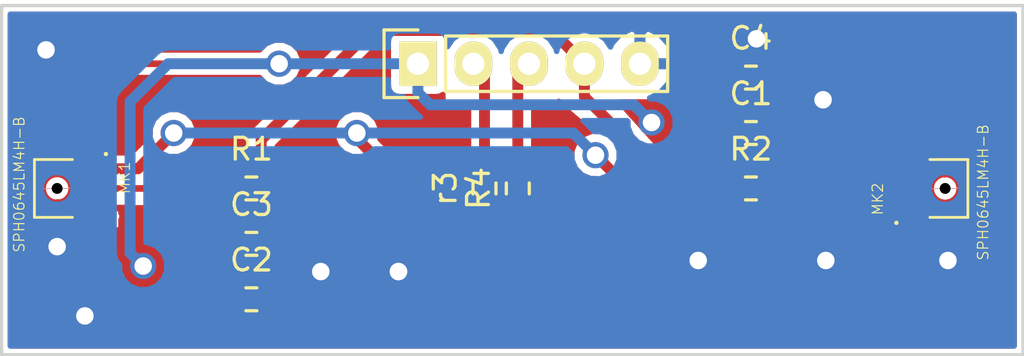
<source format=kicad_pcb>
(kicad_pcb (version 4) (host pcbnew 4.0.0-rc1-stable)

  (general
    (links 24)
    (no_connects 1)
    (area 142.164999 95.682999 189.051001 111.835001)
    (thickness 1.6)
    (drawings 5)
    (tracks 215)
    (zones 0)
    (modules 11)
    (nets 10)
  )

  (page A4)
  (layers
    (0 F.Cu signal)
    (31 B.Cu signal hide)
    (32 B.Adhes user)
    (33 F.Adhes user)
    (34 B.Paste user)
    (35 F.Paste user)
    (36 B.SilkS user)
    (37 F.SilkS user)
    (38 B.Mask user)
    (39 F.Mask user)
    (40 Dwgs.User user)
    (41 Cmts.User user)
    (42 Eco1.User user)
    (43 Eco2.User user)
    (44 Edge.Cuts user)
    (45 Margin user)
    (46 B.CrtYd user hide)
    (47 F.CrtYd user)
    (48 B.Fab user)
    (49 F.Fab user)
  )

  (setup
    (last_trace_width 0.5)
    (trace_clearance 0.3556)
    (zone_clearance 0.2)
    (zone_45_only no)
    (trace_min 0.01)
    (segment_width 0.2)
    (edge_width 0.15)
    (via_size 1.2)
    (via_drill 0.8)
    (via_min_size 1)
    (via_min_drill 0.8)
    (uvia_size 0.508)
    (uvia_drill 0.127)
    (uvias_allowed no)
    (uvia_min_size 0.1)
    (uvia_min_drill 0.127)
    (pcb_text_width 0.3)
    (pcb_text_size 1.5 1.5)
    (mod_edge_width 0.15)
    (mod_text_size 1 1)
    (mod_text_width 0.15)
    (pad_size 1.524 1.524)
    (pad_drill 0.762)
    (pad_to_mask_clearance 0.2)
    (aux_axis_origin 0 0)
    (visible_elements 7FFFFF9F)
    (pcbplotparams
      (layerselection 0x01000_80000001)
      (usegerberextensions false)
      (excludeedgelayer true)
      (linewidth 0.100000)
      (plotframeref false)
      (viasonmask false)
      (mode 1)
      (useauxorigin false)
      (hpglpennumber 1)
      (hpglpenspeed 20)
      (hpglpendiameter 15)
      (hpglpenoverlay 2)
      (psnegative false)
      (psa4output false)
      (plotreference true)
      (plotvalue true)
      (plotinvisibletext false)
      (padsonsilk false)
      (subtractmaskfromsilk false)
      (outputformat 1)
      (mirror false)
      (drillshape 0)
      (scaleselection 1)
      (outputdirectory gerber/))
  )

  (net 0 "")
  (net 1 VCC)
  (net 2 GND)
  (net 3 /ws)
  (net 4 /bclk)
  (net 5 /data)
  (net 6 "Net-(MK1-Pad6)")
  (net 7 "Net-(MK2-Pad6)")
  (net 8 "Net-(J1-Pad2)")
  (net 9 "Net-(J1-Pad3)")

  (net_class Default "This is the default net class."
    (clearance 0.3556)
    (trace_width 0.5)
    (via_dia 1.2)
    (via_drill 0.8)
    (uvia_dia 0.508)
    (uvia_drill 0.127)
    (add_net /bclk)
    (add_net /data)
    (add_net /ws)
    (add_net GND)
    (add_net "Net-(J1-Pad2)")
    (add_net "Net-(J1-Pad3)")
    (add_net "Net-(MK1-Pad6)")
    (add_net "Net-(MK2-Pad6)")
    (add_net VCC)
  )

  (module SPH0645LM4H-B:MIC_SPH0645LM4H-B (layer F.Cu) (tedit 0) (tstamp 59B9B77D)
    (at 144.78 104.14 270)
    (path /59B96B2A)
    (attr smd)
    (fp_text reference MK1 (at -0.486981 -3.08725 270) (layer F.SilkS)
      (effects (font (size 0.481161 0.481161) (thickness 0.05)))
    )
    (fp_text value SPH0645LM4H-B (at -0.18114 1.73657 270) (layer F.SilkS)
      (effects (font (size 0.48038 0.48038) (thickness 0.05)))
    )
    (fp_line (start 1.325 -0.7) (end 1.325 1.04) (layer F.SilkS) (width 0.127))
    (fp_line (start 1.325 1.04) (end -1.325 1.04) (layer F.SilkS) (width 0.127))
    (fp_line (start -1.325 1.04) (end -1.325 -0.7) (layer F.SilkS) (width 0.127))
    (fp_circle (center -1.578 -2.232) (end -1.528 -2.232) (layer F.SilkS) (width 0.1))
    (fp_line (start -1.325 -2.46) (end 1.325 -2.46) (layer Dwgs.User) (width 0.127))
    (fp_line (start 1.325 -2.46) (end 1.325 1.04) (layer Dwgs.User) (width 0.127))
    (fp_line (start 1.325 1.04) (end -1.325 1.04) (layer Dwgs.User) (width 0.127))
    (fp_line (start -1.325 1.04) (end -1.325 -2.46) (layer Dwgs.User) (width 0.127))
    (fp_line (start -1.651 -2.794) (end 1.651 -2.794) (layer Dwgs.User) (width 0.05))
    (fp_line (start 1.651 -2.794) (end 1.651 1.397) (layer Dwgs.User) (width 0.05))
    (fp_line (start 1.651 1.397) (end -1.651 1.397) (layer Dwgs.User) (width 0.05))
    (fp_line (start -1.651 1.397) (end -1.651 -2.794) (layer Dwgs.User) (width 0.05))
    (fp_circle (center 0 0) (end 0.9 0) (layer F.Mask) (width 0))
    (fp_poly (pts (xy 0 -0.5125) (xy 0 -0.8125) (xy 0.021271 0.8125) (xy 0.063765 0.810273)
      (xy 0.106084 0.805826) (xy 0.148112 0.799169) (xy 0.189735 0.790322) (xy 0.230837 0.779309)
      (xy 0.271306 0.76616) (xy 0.311032 0.750911) (xy 0.349906 0.733604) (xy 0.38782 0.714286)
      (xy 0.424671 0.69301) (xy 0.460359 0.669835) (xy 0.494784 0.644823) (xy 0.527854 0.618045)
      (xy 0.559476 0.589572) (xy 0.589565 0.559483) (xy 0.618038 0.527861) (xy 0.644817 0.494792)
      (xy 0.669829 0.460367) (xy 0.693005 0.42468) (xy 0.714281 0.387829) (xy 0.7336 0.349915)
      (xy 0.750907 0.311041) (xy 0.766157 0.271316) (xy 0.779307 0.230846) (xy 0.79032 0.189744)
      (xy 0.799167 0.148122) (xy 0.805824 0.106094) (xy 0.810272 0.063775) (xy 0.8125 0.021281)
      (xy 0.8125 0) (xy 0.5125 0) (xy 0.5125 0.013417) (xy 0.511095 0.040221)
      (xy 0.50829 0.066915) (xy 0.504091 0.093425) (xy 0.498511 0.119679) (xy 0.491564 0.145605)
      (xy 0.48327 0.171132) (xy 0.473652 0.19619) (xy 0.462735 0.22071) (xy 0.45055 0.244625)
      (xy 0.437129 0.26787) (xy 0.422511 0.29038) (xy 0.406735 0.312095) (xy 0.389844 0.332954)
      (xy 0.371884 0.3529) (xy 0.352905 0.37188) (xy 0.332958 0.38984) (xy 0.3121 0.406731)
      (xy 0.290385 0.422508) (xy 0.267875 0.437126) (xy 0.24463 0.450547) (xy 0.220715 0.462732)
      (xy 0.196195 0.473649) (xy 0.171138 0.483268) (xy 0.145611 0.491563) (xy 0.119685 0.49851)
      (xy 0.093431 0.50409) (xy 0.066921 0.508289) (xy 0.040227 0.511095) (xy 0.013423 0.5125)) (layer F.Cu) (width 0.001))
    (fp_poly (pts (xy -0.5125 0) (xy -0.8125 0) (xy -0.8125 0.021271) (xy -0.810273 0.063765)
      (xy -0.805826 0.106084) (xy -0.799169 0.148112) (xy -0.790322 0.189735) (xy -0.779309 0.230837)
      (xy -0.76616 0.271306) (xy -0.750911 0.311032) (xy -0.733604 0.349906) (xy -0.714286 0.38782)
      (xy -0.69301 0.424671) (xy -0.669835 0.460359) (xy -0.644823 0.494784) (xy -0.618045 0.527854)
      (xy -0.589572 0.559476) (xy -0.559483 0.589565) (xy -0.527861 0.618038) (xy -0.494792 0.644817)
      (xy -0.460367 0.669829) (xy -0.42468 0.693005) (xy -0.387829 0.714281) (xy -0.349915 0.7336)
      (xy -0.311041 0.750907) (xy -0.271316 0.766157) (xy -0.230846 0.779307) (xy -0.189744 0.79032)
      (xy -0.148122 0.799167) (xy -0.106094 0.805824) (xy -0.063775 0.810272) (xy -0.021281 0.8125)
      (xy 0 0.8125) (xy 0 -0.5125) (xy -0.013417 0.5125) (xy -0.040221 0.511095)
      (xy -0.066915 0.50829) (xy -0.093425 0.504091) (xy -0.119679 0.498511) (xy -0.145605 0.491564)
      (xy -0.171132 0.48327) (xy -0.19619 0.473652) (xy -0.22071 0.462735) (xy -0.244625 0.45055)
      (xy -0.26787 0.437129) (xy -0.29038 0.422511) (xy -0.312095 0.406735) (xy -0.332954 0.389844)
      (xy -0.3529 0.371884) (xy -0.37188 0.352905) (xy -0.38984 0.332958) (xy -0.406731 0.3121)
      (xy -0.422508 0.290385) (xy -0.437126 0.267875) (xy -0.450547 0.24463) (xy -0.462732 0.220715)
      (xy -0.473649 0.196195) (xy -0.483268 0.171138) (xy -0.491563 0.145611) (xy -0.49851 0.119685)
      (xy -0.50409 0.093431) (xy -0.508289 0.066921) (xy -0.511095 0.040227) (xy -0.5125 0.013423)) (layer F.Cu) (width 0.001))
    (fp_poly (pts (xy 0 0.5125) (xy 0 0.8125) (xy -0.021271 -0.8125) (xy -0.063765 -0.810273)
      (xy -0.106084 -0.805826) (xy -0.148112 -0.799169) (xy -0.189735 -0.790322) (xy -0.230837 -0.779309)
      (xy -0.271306 -0.76616) (xy -0.311032 -0.750911) (xy -0.349906 -0.733604) (xy -0.38782 -0.714286)
      (xy -0.424671 -0.69301) (xy -0.460359 -0.669835) (xy -0.494784 -0.644823) (xy -0.527854 -0.618045)
      (xy -0.559476 -0.589572) (xy -0.589565 -0.559483) (xy -0.618038 -0.527861) (xy -0.644817 -0.494792)
      (xy -0.669829 -0.460367) (xy -0.693005 -0.42468) (xy -0.714281 -0.387829) (xy -0.7336 -0.349915)
      (xy -0.750907 -0.311041) (xy -0.766157 -0.271316) (xy -0.779307 -0.230846) (xy -0.79032 -0.189744)
      (xy -0.799167 -0.148122) (xy -0.805824 -0.106094) (xy -0.810272 -0.063775) (xy -0.8125 -0.021281)
      (xy -0.8125 0) (xy -0.5125 0) (xy -0.5125 -0.013417) (xy -0.511095 -0.040221)
      (xy -0.50829 -0.066915) (xy -0.504091 -0.093425) (xy -0.498511 -0.119679) (xy -0.491564 -0.145605)
      (xy -0.48327 -0.171132) (xy -0.473652 -0.19619) (xy -0.462735 -0.22071) (xy -0.45055 -0.244625)
      (xy -0.437129 -0.26787) (xy -0.422511 -0.29038) (xy -0.406735 -0.312095) (xy -0.389844 -0.332954)
      (xy -0.371884 -0.3529) (xy -0.352905 -0.37188) (xy -0.332958 -0.38984) (xy -0.3121 -0.406731)
      (xy -0.290385 -0.422508) (xy -0.267875 -0.437126) (xy -0.24463 -0.450547) (xy -0.220715 -0.462732)
      (xy -0.196195 -0.473649) (xy -0.171138 -0.483268) (xy -0.145611 -0.491563) (xy -0.119685 -0.49851)
      (xy -0.093431 -0.50409) (xy -0.066921 -0.508289) (xy -0.040227 -0.511095) (xy -0.013423 -0.5125)) (layer F.Cu) (width 0.001))
    (fp_poly (pts (xy 0.5125 0) (xy 0.8125 0) (xy 0.8125 -0.021271) (xy 0.810273 -0.063765)
      (xy 0.805826 -0.106084) (xy 0.799169 -0.148112) (xy 0.790322 -0.189735) (xy 0.779309 -0.230837)
      (xy 0.76616 -0.271306) (xy 0.750911 -0.311032) (xy 0.733604 -0.349906) (xy 0.714286 -0.38782)
      (xy 0.69301 -0.424671) (xy 0.669835 -0.460359) (xy 0.644823 -0.494784) (xy 0.618045 -0.527854)
      (xy 0.589572 -0.559476) (xy 0.559483 -0.589565) (xy 0.527861 -0.618038) (xy 0.494792 -0.644817)
      (xy 0.460367 -0.669829) (xy 0.42468 -0.693005) (xy 0.387829 -0.714281) (xy 0.349915 -0.7336)
      (xy 0.311041 -0.750907) (xy 0.271316 -0.766157) (xy 0.230846 -0.779307) (xy 0.189744 -0.79032)
      (xy 0.148122 -0.799167) (xy 0.106094 -0.805824) (xy 0.063775 -0.810272) (xy 0.021281 -0.8125)
      (xy 0 -0.8125) (xy 0 0.5125) (xy 0.013417 -0.5125) (xy 0.040221 -0.511095)
      (xy 0.066915 -0.50829) (xy 0.093425 -0.504091) (xy 0.119679 -0.498511) (xy 0.145605 -0.491564)
      (xy 0.171132 -0.48327) (xy 0.19619 -0.473652) (xy 0.22071 -0.462735) (xy 0.244625 -0.45055)
      (xy 0.26787 -0.437129) (xy 0.29038 -0.422511) (xy 0.312095 -0.406735) (xy 0.332954 -0.389844)
      (xy 0.3529 -0.371884) (xy 0.37188 -0.352905) (xy 0.38984 -0.332958) (xy 0.406731 -0.3121)
      (xy 0.422508 -0.290385) (xy 0.437126 -0.267875) (xy 0.450547 -0.24463) (xy 0.462732 -0.220715)
      (xy 0.473649 -0.196195) (xy 0.483268 -0.171138) (xy 0.491563 -0.145611) (xy 0.49851 -0.119685)
      (xy 0.50409 -0.093431) (xy 0.508289 -0.066921) (xy 0.511095 -0.040227) (xy 0.5125 -0.013423)) (layer F.Cu) (width 0.001))
    (fp_poly (pts (xy -0.385 -0.53) (xy -0.285 -0.43) (xy -0.23 -0.465) (xy -0.12 -0.505)
      (xy -0.12 -0.51) (xy -0.11 -0.505) (xy -0.005 -0.52) (xy 0.005 -0.523603)
      (xy 0.005 -0.52) (xy 0.125 -0.505) (xy 0.224609 -0.461537) (xy 0.292666 -0.426172)
      (xy 0.39 -0.525) (xy 0.505 -0.635) (xy 0.41 -0.7) (xy 0.31 -0.75)
      (xy 0.22 -0.78) (xy 0.14 -0.8) (xy 0 -0.81) (xy -0.160191 -0.796203)
      (xy -0.31 -0.75) (xy -0.4 -0.705) (xy -0.499766 -0.640309)) (layer F.Paste) (width 0.001))
    (fp_poly (pts (xy -0.53 0.38) (xy -0.425 0.28) (xy -0.46 0.23) (xy -0.5 0.12)
      (xy -0.513603 0) (xy -0.5 -0.12) (xy -0.461537 -0.224609) (xy -0.426172 -0.287666)
      (xy -0.525 -0.385) (xy -0.64 -0.5) (xy -0.705 -0.405) (xy -0.75 -0.31)
      (xy -0.78 -0.22) (xy -0.8 -0.14) (xy -0.81 0) (xy -0.796203 0.160191)
      (xy -0.75 0.31) (xy -0.69 0.425) (xy -0.645309 0.494766)) (layer F.Paste) (width 0.001))
    (fp_poly (pts (xy 0.385 0.53) (xy 0.28 0.425) (xy 0.23 0.46) (xy 0.12 0.5)
      (xy 0 0.513603) (xy -0.12 0.5) (xy -0.224609 0.461537) (xy -0.282666 0.421172)
      (xy -0.38 0.52) (xy -0.5 0.64) (xy -0.405 0.705) (xy -0.31 0.75)
      (xy -0.23 0.78) (xy -0.14 0.8) (xy -0.06 0.81) (xy 0.065 0.81)
      (xy 0.160191 0.796203) (xy 0.235 0.78) (xy 0.31 0.75) (xy 0.405 0.705)
      (xy 0.499766 0.640309)) (layer F.Paste) (width 0.001))
    (fp_poly (pts (xy 0.53 -0.375) (xy 0.435 -0.28) (xy 0.46 -0.23) (xy 0.485 -0.175)
      (xy 0.5 -0.12) (xy 0.51 -0.06) (xy 0.513603 0) (xy 0.5 0.12)
      (xy 0.461537 0.224609) (xy 0.426172 0.282666) (xy 0.525 0.385) (xy 0.64 0.5)
      (xy 0.7 0.41) (xy 0.75 0.31) (xy 0.78 0.23) (xy 0.8 0.14)
      (xy 0.81 0) (xy 0.796203 -0.160191) (xy 0.75 -0.31) (xy 0.7 -0.415)
      (xy 0.645309 -0.489766)) (layer F.Paste) (width 0.001))
    (pad 2 smd rect (at -0.9 -1.252 270) (size 0.6 0.522) (layers F.Cu F.Paste F.Mask)
      (net 1 VCC))
    (pad 1 smd rect (at -0.9 -2.074 270) (size 0.6 0.522) (layers F.Cu F.Paste F.Mask)
      (net 3 /ws))
    (pad 6 smd rect (at 0 -2.074 270) (size 0.6 0.522) (layers F.Cu F.Paste F.Mask)
      (net 6 "Net-(MK1-Pad6)"))
    (pad 5 smd rect (at 0.9 -2.074 270) (size 0.6 0.522) (layers F.Cu F.Paste F.Mask)
      (net 1 VCC))
    (pad 4 smd rect (at 0.9 -1.252 270) (size 0.6 0.522) (layers F.Cu F.Paste F.Mask)
      (net 4 /bclk))
    (pad 3 smd rect (at 0.65 -0.02 270) (size 0.1 0.1) (layers F.Cu F.Paste F.Mask)
      (net 2 GND))
    (pad Hole np_thru_hole circle (at 0 0 270) (size 0.5 0.5) (drill 0.5) (layers))
  )

  (module SPH0645LM4H-B:MIC_SPH0645LM4H-B (layer F.Cu) (tedit 0) (tstamp 59B9B79D)
    (at 185.42 104.14 90)
    (path /59B96BB8)
    (attr smd)
    (fp_text reference MK2 (at -0.486981 -3.08725 90) (layer F.SilkS)
      (effects (font (size 0.481161 0.481161) (thickness 0.05)))
    )
    (fp_text value SPH0645LM4H-B (at -0.18114 1.73657 90) (layer F.SilkS)
      (effects (font (size 0.48038 0.48038) (thickness 0.05)))
    )
    (fp_line (start 1.325 -0.7) (end 1.325 1.04) (layer F.SilkS) (width 0.127))
    (fp_line (start 1.325 1.04) (end -1.325 1.04) (layer F.SilkS) (width 0.127))
    (fp_line (start -1.325 1.04) (end -1.325 -0.7) (layer F.SilkS) (width 0.127))
    (fp_circle (center -1.578 -2.232) (end -1.528 -2.232) (layer F.SilkS) (width 0.1))
    (fp_line (start -1.325 -2.46) (end 1.325 -2.46) (layer Dwgs.User) (width 0.127))
    (fp_line (start 1.325 -2.46) (end 1.325 1.04) (layer Dwgs.User) (width 0.127))
    (fp_line (start 1.325 1.04) (end -1.325 1.04) (layer Dwgs.User) (width 0.127))
    (fp_line (start -1.325 1.04) (end -1.325 -2.46) (layer Dwgs.User) (width 0.127))
    (fp_line (start -1.651 -2.794) (end 1.651 -2.794) (layer Dwgs.User) (width 0.05))
    (fp_line (start 1.651 -2.794) (end 1.651 1.397) (layer Dwgs.User) (width 0.05))
    (fp_line (start 1.651 1.397) (end -1.651 1.397) (layer Dwgs.User) (width 0.05))
    (fp_line (start -1.651 1.397) (end -1.651 -2.794) (layer Dwgs.User) (width 0.05))
    (fp_circle (center 0 0) (end 0.9 0) (layer F.Mask) (width 0))
    (fp_poly (pts (xy 0 -0.5125) (xy 0 -0.8125) (xy 0.021271 0.8125) (xy 0.063765 0.810273)
      (xy 0.106084 0.805826) (xy 0.148112 0.799169) (xy 0.189735 0.790322) (xy 0.230837 0.779309)
      (xy 0.271306 0.76616) (xy 0.311032 0.750911) (xy 0.349906 0.733604) (xy 0.38782 0.714286)
      (xy 0.424671 0.69301) (xy 0.460359 0.669835) (xy 0.494784 0.644823) (xy 0.527854 0.618045)
      (xy 0.559476 0.589572) (xy 0.589565 0.559483) (xy 0.618038 0.527861) (xy 0.644817 0.494792)
      (xy 0.669829 0.460367) (xy 0.693005 0.42468) (xy 0.714281 0.387829) (xy 0.7336 0.349915)
      (xy 0.750907 0.311041) (xy 0.766157 0.271316) (xy 0.779307 0.230846) (xy 0.79032 0.189744)
      (xy 0.799167 0.148122) (xy 0.805824 0.106094) (xy 0.810272 0.063775) (xy 0.8125 0.021281)
      (xy 0.8125 0) (xy 0.5125 0) (xy 0.5125 0.013417) (xy 0.511095 0.040221)
      (xy 0.50829 0.066915) (xy 0.504091 0.093425) (xy 0.498511 0.119679) (xy 0.491564 0.145605)
      (xy 0.48327 0.171132) (xy 0.473652 0.19619) (xy 0.462735 0.22071) (xy 0.45055 0.244625)
      (xy 0.437129 0.26787) (xy 0.422511 0.29038) (xy 0.406735 0.312095) (xy 0.389844 0.332954)
      (xy 0.371884 0.3529) (xy 0.352905 0.37188) (xy 0.332958 0.38984) (xy 0.3121 0.406731)
      (xy 0.290385 0.422508) (xy 0.267875 0.437126) (xy 0.24463 0.450547) (xy 0.220715 0.462732)
      (xy 0.196195 0.473649) (xy 0.171138 0.483268) (xy 0.145611 0.491563) (xy 0.119685 0.49851)
      (xy 0.093431 0.50409) (xy 0.066921 0.508289) (xy 0.040227 0.511095) (xy 0.013423 0.5125)) (layer F.Cu) (width 0.001))
    (fp_poly (pts (xy -0.5125 0) (xy -0.8125 0) (xy -0.8125 0.021271) (xy -0.810273 0.063765)
      (xy -0.805826 0.106084) (xy -0.799169 0.148112) (xy -0.790322 0.189735) (xy -0.779309 0.230837)
      (xy -0.76616 0.271306) (xy -0.750911 0.311032) (xy -0.733604 0.349906) (xy -0.714286 0.38782)
      (xy -0.69301 0.424671) (xy -0.669835 0.460359) (xy -0.644823 0.494784) (xy -0.618045 0.527854)
      (xy -0.589572 0.559476) (xy -0.559483 0.589565) (xy -0.527861 0.618038) (xy -0.494792 0.644817)
      (xy -0.460367 0.669829) (xy -0.42468 0.693005) (xy -0.387829 0.714281) (xy -0.349915 0.7336)
      (xy -0.311041 0.750907) (xy -0.271316 0.766157) (xy -0.230846 0.779307) (xy -0.189744 0.79032)
      (xy -0.148122 0.799167) (xy -0.106094 0.805824) (xy -0.063775 0.810272) (xy -0.021281 0.8125)
      (xy 0 0.8125) (xy 0 -0.5125) (xy -0.013417 0.5125) (xy -0.040221 0.511095)
      (xy -0.066915 0.50829) (xy -0.093425 0.504091) (xy -0.119679 0.498511) (xy -0.145605 0.491564)
      (xy -0.171132 0.48327) (xy -0.19619 0.473652) (xy -0.22071 0.462735) (xy -0.244625 0.45055)
      (xy -0.26787 0.437129) (xy -0.29038 0.422511) (xy -0.312095 0.406735) (xy -0.332954 0.389844)
      (xy -0.3529 0.371884) (xy -0.37188 0.352905) (xy -0.38984 0.332958) (xy -0.406731 0.3121)
      (xy -0.422508 0.290385) (xy -0.437126 0.267875) (xy -0.450547 0.24463) (xy -0.462732 0.220715)
      (xy -0.473649 0.196195) (xy -0.483268 0.171138) (xy -0.491563 0.145611) (xy -0.49851 0.119685)
      (xy -0.50409 0.093431) (xy -0.508289 0.066921) (xy -0.511095 0.040227) (xy -0.5125 0.013423)) (layer F.Cu) (width 0.001))
    (fp_poly (pts (xy 0 0.5125) (xy 0 0.8125) (xy -0.021271 -0.8125) (xy -0.063765 -0.810273)
      (xy -0.106084 -0.805826) (xy -0.148112 -0.799169) (xy -0.189735 -0.790322) (xy -0.230837 -0.779309)
      (xy -0.271306 -0.76616) (xy -0.311032 -0.750911) (xy -0.349906 -0.733604) (xy -0.38782 -0.714286)
      (xy -0.424671 -0.69301) (xy -0.460359 -0.669835) (xy -0.494784 -0.644823) (xy -0.527854 -0.618045)
      (xy -0.559476 -0.589572) (xy -0.589565 -0.559483) (xy -0.618038 -0.527861) (xy -0.644817 -0.494792)
      (xy -0.669829 -0.460367) (xy -0.693005 -0.42468) (xy -0.714281 -0.387829) (xy -0.7336 -0.349915)
      (xy -0.750907 -0.311041) (xy -0.766157 -0.271316) (xy -0.779307 -0.230846) (xy -0.79032 -0.189744)
      (xy -0.799167 -0.148122) (xy -0.805824 -0.106094) (xy -0.810272 -0.063775) (xy -0.8125 -0.021281)
      (xy -0.8125 0) (xy -0.5125 0) (xy -0.5125 -0.013417) (xy -0.511095 -0.040221)
      (xy -0.50829 -0.066915) (xy -0.504091 -0.093425) (xy -0.498511 -0.119679) (xy -0.491564 -0.145605)
      (xy -0.48327 -0.171132) (xy -0.473652 -0.19619) (xy -0.462735 -0.22071) (xy -0.45055 -0.244625)
      (xy -0.437129 -0.26787) (xy -0.422511 -0.29038) (xy -0.406735 -0.312095) (xy -0.389844 -0.332954)
      (xy -0.371884 -0.3529) (xy -0.352905 -0.37188) (xy -0.332958 -0.38984) (xy -0.3121 -0.406731)
      (xy -0.290385 -0.422508) (xy -0.267875 -0.437126) (xy -0.24463 -0.450547) (xy -0.220715 -0.462732)
      (xy -0.196195 -0.473649) (xy -0.171138 -0.483268) (xy -0.145611 -0.491563) (xy -0.119685 -0.49851)
      (xy -0.093431 -0.50409) (xy -0.066921 -0.508289) (xy -0.040227 -0.511095) (xy -0.013423 -0.5125)) (layer F.Cu) (width 0.001))
    (fp_poly (pts (xy 0.5125 0) (xy 0.8125 0) (xy 0.8125 -0.021271) (xy 0.810273 -0.063765)
      (xy 0.805826 -0.106084) (xy 0.799169 -0.148112) (xy 0.790322 -0.189735) (xy 0.779309 -0.230837)
      (xy 0.76616 -0.271306) (xy 0.750911 -0.311032) (xy 0.733604 -0.349906) (xy 0.714286 -0.38782)
      (xy 0.69301 -0.424671) (xy 0.669835 -0.460359) (xy 0.644823 -0.494784) (xy 0.618045 -0.527854)
      (xy 0.589572 -0.559476) (xy 0.559483 -0.589565) (xy 0.527861 -0.618038) (xy 0.494792 -0.644817)
      (xy 0.460367 -0.669829) (xy 0.42468 -0.693005) (xy 0.387829 -0.714281) (xy 0.349915 -0.7336)
      (xy 0.311041 -0.750907) (xy 0.271316 -0.766157) (xy 0.230846 -0.779307) (xy 0.189744 -0.79032)
      (xy 0.148122 -0.799167) (xy 0.106094 -0.805824) (xy 0.063775 -0.810272) (xy 0.021281 -0.8125)
      (xy 0 -0.8125) (xy 0 0.5125) (xy 0.013417 -0.5125) (xy 0.040221 -0.511095)
      (xy 0.066915 -0.50829) (xy 0.093425 -0.504091) (xy 0.119679 -0.498511) (xy 0.145605 -0.491564)
      (xy 0.171132 -0.48327) (xy 0.19619 -0.473652) (xy 0.22071 -0.462735) (xy 0.244625 -0.45055)
      (xy 0.26787 -0.437129) (xy 0.29038 -0.422511) (xy 0.312095 -0.406735) (xy 0.332954 -0.389844)
      (xy 0.3529 -0.371884) (xy 0.37188 -0.352905) (xy 0.38984 -0.332958) (xy 0.406731 -0.3121)
      (xy 0.422508 -0.290385) (xy 0.437126 -0.267875) (xy 0.450547 -0.24463) (xy 0.462732 -0.220715)
      (xy 0.473649 -0.196195) (xy 0.483268 -0.171138) (xy 0.491563 -0.145611) (xy 0.49851 -0.119685)
      (xy 0.50409 -0.093431) (xy 0.508289 -0.066921) (xy 0.511095 -0.040227) (xy 0.5125 -0.013423)) (layer F.Cu) (width 0.001))
    (fp_poly (pts (xy -0.385 -0.53) (xy -0.285 -0.43) (xy -0.23 -0.465) (xy -0.12 -0.505)
      (xy -0.12 -0.51) (xy -0.11 -0.505) (xy -0.005 -0.52) (xy 0.005 -0.523603)
      (xy 0.005 -0.52) (xy 0.125 -0.505) (xy 0.224609 -0.461537) (xy 0.292666 -0.426172)
      (xy 0.39 -0.525) (xy 0.505 -0.635) (xy 0.41 -0.7) (xy 0.31 -0.75)
      (xy 0.22 -0.78) (xy 0.14 -0.8) (xy 0 -0.81) (xy -0.160191 -0.796203)
      (xy -0.31 -0.75) (xy -0.4 -0.705) (xy -0.499766 -0.640309)) (layer F.Paste) (width 0.001))
    (fp_poly (pts (xy -0.53 0.38) (xy -0.425 0.28) (xy -0.46 0.23) (xy -0.5 0.12)
      (xy -0.513603 0) (xy -0.5 -0.12) (xy -0.461537 -0.224609) (xy -0.426172 -0.287666)
      (xy -0.525 -0.385) (xy -0.64 -0.5) (xy -0.705 -0.405) (xy -0.75 -0.31)
      (xy -0.78 -0.22) (xy -0.8 -0.14) (xy -0.81 0) (xy -0.796203 0.160191)
      (xy -0.75 0.31) (xy -0.69 0.425) (xy -0.645309 0.494766)) (layer F.Paste) (width 0.001))
    (fp_poly (pts (xy 0.385 0.53) (xy 0.28 0.425) (xy 0.23 0.46) (xy 0.12 0.5)
      (xy 0 0.513603) (xy -0.12 0.5) (xy -0.224609 0.461537) (xy -0.282666 0.421172)
      (xy -0.38 0.52) (xy -0.5 0.64) (xy -0.405 0.705) (xy -0.31 0.75)
      (xy -0.23 0.78) (xy -0.14 0.8) (xy -0.06 0.81) (xy 0.065 0.81)
      (xy 0.160191 0.796203) (xy 0.235 0.78) (xy 0.31 0.75) (xy 0.405 0.705)
      (xy 0.499766 0.640309)) (layer F.Paste) (width 0.001))
    (fp_poly (pts (xy 0.53 -0.375) (xy 0.435 -0.28) (xy 0.46 -0.23) (xy 0.485 -0.175)
      (xy 0.5 -0.12) (xy 0.51 -0.06) (xy 0.513603 0) (xy 0.5 0.12)
      (xy 0.461537 0.224609) (xy 0.426172 0.282666) (xy 0.525 0.385) (xy 0.64 0.5)
      (xy 0.7 0.41) (xy 0.75 0.31) (xy 0.78 0.23) (xy 0.8 0.14)
      (xy 0.81 0) (xy 0.796203 -0.160191) (xy 0.75 -0.31) (xy 0.7 -0.415)
      (xy 0.645309 -0.489766)) (layer F.Paste) (width 0.001))
    (pad 2 smd rect (at -0.9 -1.252 90) (size 0.6 0.522) (layers F.Cu F.Paste F.Mask)
      (net 2 GND))
    (pad 1 smd rect (at -0.9 -2.074 90) (size 0.6 0.522) (layers F.Cu F.Paste F.Mask)
      (net 3 /ws))
    (pad 6 smd rect (at 0 -2.074 90) (size 0.6 0.522) (layers F.Cu F.Paste F.Mask)
      (net 7 "Net-(MK2-Pad6)"))
    (pad 5 smd rect (at 0.9 -2.074 90) (size 0.6 0.522) (layers F.Cu F.Paste F.Mask)
      (net 1 VCC))
    (pad 4 smd rect (at 0.9 -1.252 90) (size 0.6 0.522) (layers F.Cu F.Paste F.Mask)
      (net 4 /bclk))
    (pad 3 smd rect (at 0.65 -0.02 90) (size 0.1 0.1) (layers F.Cu F.Paste F.Mask)
      (net 2 GND))
    (pad Hole np_thru_hole circle (at 0 0 90) (size 0.5 0.5) (drill 0.5) (layers))
  )

  (module Socket_Strips:Socket_Strip_Straight_1x05 (layer F.Cu) (tedit 0) (tstamp 59B9B75D)
    (at 161.29 98.425)
    (descr "Through hole socket strip")
    (tags "socket strip")
    (path /59B97BA7)
    (fp_text reference J1 (at 0 -5.1) (layer F.SilkS)
      (effects (font (size 1 1) (thickness 0.15)))
    )
    (fp_text value Conn_01x05 (at 0 -3.1) (layer F.Fab)
      (effects (font (size 1 1) (thickness 0.15)))
    )
    (fp_line (start -1.75 -1.75) (end -1.75 1.75) (layer F.CrtYd) (width 0.05))
    (fp_line (start 11.95 -1.75) (end 11.95 1.75) (layer F.CrtYd) (width 0.05))
    (fp_line (start -1.75 -1.75) (end 11.95 -1.75) (layer F.CrtYd) (width 0.05))
    (fp_line (start -1.75 1.75) (end 11.95 1.75) (layer F.CrtYd) (width 0.05))
    (fp_line (start 1.27 1.27) (end 11.43 1.27) (layer F.SilkS) (width 0.15))
    (fp_line (start 11.43 1.27) (end 11.43 -1.27) (layer F.SilkS) (width 0.15))
    (fp_line (start 11.43 -1.27) (end 1.27 -1.27) (layer F.SilkS) (width 0.15))
    (fp_line (start -1.55 1.55) (end 0 1.55) (layer F.SilkS) (width 0.15))
    (fp_line (start 1.27 1.27) (end 1.27 -1.27) (layer F.SilkS) (width 0.15))
    (fp_line (start 0 -1.55) (end -1.55 -1.55) (layer F.SilkS) (width 0.15))
    (fp_line (start -1.55 -1.55) (end -1.55 1.55) (layer F.SilkS) (width 0.15))
    (pad 1 thru_hole rect (at 0 0) (size 1.7272 2.032) (drill 1.016) (layers *.Cu *.Mask F.SilkS)
      (net 1 VCC))
    (pad 2 thru_hole oval (at 2.54 0) (size 1.7272 2.032) (drill 1.016) (layers *.Cu *.Mask F.SilkS)
      (net 8 "Net-(J1-Pad2)"))
    (pad 3 thru_hole oval (at 5.08 0) (size 1.7272 2.032) (drill 1.016) (layers *.Cu *.Mask F.SilkS)
      (net 9 "Net-(J1-Pad3)"))
    (pad 4 thru_hole oval (at 7.62 0) (size 1.7272 2.032) (drill 1.016) (layers *.Cu *.Mask F.SilkS)
      (net 5 /data))
    (pad 5 thru_hole oval (at 10.16 0) (size 1.7272 2.032) (drill 1.016) (layers *.Cu *.Mask F.SilkS)
      (net 2 GND))
    (model Socket_Strips.3dshapes/Socket_Strip_Straight_1x05.wrl
      (at (xyz 0.2 0 0))
      (scale (xyz 1 1 1))
      (rotate (xyz 0 0 180))
    )
  )

  (module Resistors_SMD:R_0402 (layer F.Cu) (tedit 5415CBB8) (tstamp 5A072154)
    (at 164.338 104.14 90)
    (descr "Resistor SMD 0402, reflow soldering, Vishay (see dcrcw.pdf)")
    (tags "resistor 0402")
    (path /5A03A381)
    (attr smd)
    (fp_text reference r3 (at 0 -1.8 90) (layer F.SilkS)
      (effects (font (size 1 1) (thickness 0.15)))
    )
    (fp_text value 51 (at 0 1.8 90) (layer F.Fab)
      (effects (font (size 1 1) (thickness 0.15)))
    )
    (fp_line (start -0.95 -0.65) (end 0.95 -0.65) (layer F.CrtYd) (width 0.05))
    (fp_line (start -0.95 0.65) (end 0.95 0.65) (layer F.CrtYd) (width 0.05))
    (fp_line (start -0.95 -0.65) (end -0.95 0.65) (layer F.CrtYd) (width 0.05))
    (fp_line (start 0.95 -0.65) (end 0.95 0.65) (layer F.CrtYd) (width 0.05))
    (fp_line (start 0.25 -0.525) (end -0.25 -0.525) (layer F.SilkS) (width 0.15))
    (fp_line (start -0.25 0.525) (end 0.25 0.525) (layer F.SilkS) (width 0.15))
    (pad 1 smd rect (at -0.45 0 90) (size 0.4 0.6) (layers F.Cu F.Paste F.Mask)
      (net 3 /ws))
    (pad 2 smd rect (at 0.45 0 90) (size 0.4 0.6) (layers F.Cu F.Paste F.Mask)
      (net 8 "Net-(J1-Pad2)"))
    (model Resistors_SMD.3dshapes/R_0402.wrl
      (at (xyz 0 0 0))
      (scale (xyz 1 1 1))
      (rotate (xyz 0 0 0))
    )
  )

  (module Resistors_SMD:R_0402 (layer F.Cu) (tedit 5415CBB8) (tstamp 5A05AC9D)
    (at 165.862 104.14 90)
    (descr "Resistor SMD 0402, reflow soldering, Vishay (see dcrcw.pdf)")
    (tags "resistor 0402")
    (path /5A03A313)
    (attr smd)
    (fp_text reference R4 (at 0 -1.8 90) (layer F.SilkS)
      (effects (font (size 1 1) (thickness 0.15)))
    )
    (fp_text value 51 (at 0 1.8 90) (layer F.Fab)
      (effects (font (size 1 1) (thickness 0.15)))
    )
    (fp_line (start -0.95 -0.65) (end 0.95 -0.65) (layer F.CrtYd) (width 0.05))
    (fp_line (start -0.95 0.65) (end 0.95 0.65) (layer F.CrtYd) (width 0.05))
    (fp_line (start -0.95 -0.65) (end -0.95 0.65) (layer F.CrtYd) (width 0.05))
    (fp_line (start 0.95 -0.65) (end 0.95 0.65) (layer F.CrtYd) (width 0.05))
    (fp_line (start 0.25 -0.525) (end -0.25 -0.525) (layer F.SilkS) (width 0.15))
    (fp_line (start -0.25 0.525) (end 0.25 0.525) (layer F.SilkS) (width 0.15))
    (pad 1 smd rect (at -0.45 0 90) (size 0.4 0.6) (layers F.Cu F.Paste F.Mask)
      (net 4 /bclk))
    (pad 2 smd rect (at 0.45 0 90) (size 0.4 0.6) (layers F.Cu F.Paste F.Mask)
      (net 9 "Net-(J1-Pad3)"))
    (model Resistors_SMD.3dshapes/R_0402.wrl
      (at (xyz 0 0 0))
      (scale (xyz 1 1 1))
      (rotate (xyz 0 0 0))
    )
  )

  (module Resistors_SMD:R_0402 (layer F.Cu) (tedit 5415CBB8) (tstamp 59B9B742)
    (at 176.53 99.06)
    (descr "Resistor SMD 0402, reflow soldering, Vishay (see dcrcw.pdf)")
    (tags "resistor 0402")
    (path /59B96DD0)
    (attr smd)
    (fp_text reference C4 (at 0 -1.8) (layer F.SilkS)
      (effects (font (size 1 1) (thickness 0.15)))
    )
    (fp_text value C (at 0 1.8) (layer F.Fab)
      (effects (font (size 1 1) (thickness 0.15)))
    )
    (fp_line (start -0.95 -0.65) (end 0.95 -0.65) (layer F.CrtYd) (width 0.05))
    (fp_line (start -0.95 0.65) (end 0.95 0.65) (layer F.CrtYd) (width 0.05))
    (fp_line (start -0.95 -0.65) (end -0.95 0.65) (layer F.CrtYd) (width 0.05))
    (fp_line (start 0.95 -0.65) (end 0.95 0.65) (layer F.CrtYd) (width 0.05))
    (fp_line (start 0.25 -0.525) (end -0.25 -0.525) (layer F.SilkS) (width 0.15))
    (fp_line (start -0.25 0.525) (end 0.25 0.525) (layer F.SilkS) (width 0.15))
    (pad 1 smd rect (at -0.45 0) (size 0.4 0.6) (layers F.Cu F.Paste F.Mask)
      (net 1 VCC))
    (pad 2 smd rect (at 0.45 0) (size 0.4 0.6) (layers F.Cu F.Paste F.Mask)
      (net 2 GND))
    (model Resistors_SMD.3dshapes/R_0402.wrl
      (at (xyz 0 0 0))
      (scale (xyz 1 1 1))
      (rotate (xyz 0 0 0))
    )
  )

  (module Resistors_SMD:R_0402 (layer F.Cu) (tedit 5415CBB8) (tstamp 59B9B70F)
    (at 176.53 101.6)
    (descr "Resistor SMD 0402, reflow soldering, Vishay (see dcrcw.pdf)")
    (tags "resistor 0402")
    (path /59B96C5C)
    (attr smd)
    (fp_text reference C1 (at 0 -1.8) (layer F.SilkS)
      (effects (font (size 1 1) (thickness 0.15)))
    )
    (fp_text value C (at 0 1.8) (layer F.Fab)
      (effects (font (size 1 1) (thickness 0.15)))
    )
    (fp_line (start -0.95 -0.65) (end 0.95 -0.65) (layer F.CrtYd) (width 0.05))
    (fp_line (start -0.95 0.65) (end 0.95 0.65) (layer F.CrtYd) (width 0.05))
    (fp_line (start -0.95 -0.65) (end -0.95 0.65) (layer F.CrtYd) (width 0.05))
    (fp_line (start 0.95 -0.65) (end 0.95 0.65) (layer F.CrtYd) (width 0.05))
    (fp_line (start 0.25 -0.525) (end -0.25 -0.525) (layer F.SilkS) (width 0.15))
    (fp_line (start -0.25 0.525) (end 0.25 0.525) (layer F.SilkS) (width 0.15))
    (pad 1 smd rect (at -0.45 0) (size 0.4 0.6) (layers F.Cu F.Paste F.Mask)
      (net 1 VCC))
    (pad 2 smd rect (at 0.45 0) (size 0.4 0.6) (layers F.Cu F.Paste F.Mask)
      (net 2 GND))
    (model Resistors_SMD.3dshapes/R_0402.wrl
      (at (xyz 0 0 0))
      (scale (xyz 1 1 1))
      (rotate (xyz 0 0 0))
    )
  )

  (module Resistors_SMD:R_0402 (layer F.Cu) (tedit 5415CBB8) (tstamp 59B9B7BF)
    (at 176.53 104.14)
    (descr "Resistor SMD 0402, reflow soldering, Vishay (see dcrcw.pdf)")
    (tags "resistor 0402")
    (path /59B97A50)
    (attr smd)
    (fp_text reference R2 (at 0 -1.8) (layer F.SilkS)
      (effects (font (size 1 1) (thickness 0.15)))
    )
    (fp_text value 51 (at 0 1.8) (layer F.Fab)
      (effects (font (size 1 1) (thickness 0.15)))
    )
    (fp_line (start -0.95 -0.65) (end 0.95 -0.65) (layer F.CrtYd) (width 0.05))
    (fp_line (start -0.95 0.65) (end 0.95 0.65) (layer F.CrtYd) (width 0.05))
    (fp_line (start -0.95 -0.65) (end -0.95 0.65) (layer F.CrtYd) (width 0.05))
    (fp_line (start 0.95 -0.65) (end 0.95 0.65) (layer F.CrtYd) (width 0.05))
    (fp_line (start 0.25 -0.525) (end -0.25 -0.525) (layer F.SilkS) (width 0.15))
    (fp_line (start -0.25 0.525) (end 0.25 0.525) (layer F.SilkS) (width 0.15))
    (pad 1 smd rect (at -0.45 0) (size 0.4 0.6) (layers F.Cu F.Paste F.Mask)
      (net 5 /data))
    (pad 2 smd rect (at 0.45 0) (size 0.4 0.6) (layers F.Cu F.Paste F.Mask)
      (net 7 "Net-(MK2-Pad6)"))
    (model Resistors_SMD.3dshapes/R_0402.wrl
      (at (xyz 0 0 0))
      (scale (xyz 1 1 1))
      (rotate (xyz 0 0 0))
    )
  )

  (module Resistors_SMD:R_0402 (layer F.Cu) (tedit 5415CBB8) (tstamp 59B9B7AE)
    (at 153.67 104.14)
    (descr "Resistor SMD 0402, reflow soldering, Vishay (see dcrcw.pdf)")
    (tags "resistor 0402")
    (path /59B97992)
    (attr smd)
    (fp_text reference R1 (at 0 -1.8) (layer F.SilkS)
      (effects (font (size 1 1) (thickness 0.15)))
    )
    (fp_text value 51 (at 0 1.8) (layer F.Fab)
      (effects (font (size 1 1) (thickness 0.15)))
    )
    (fp_line (start -0.95 -0.65) (end 0.95 -0.65) (layer F.CrtYd) (width 0.05))
    (fp_line (start -0.95 0.65) (end 0.95 0.65) (layer F.CrtYd) (width 0.05))
    (fp_line (start -0.95 -0.65) (end -0.95 0.65) (layer F.CrtYd) (width 0.05))
    (fp_line (start 0.95 -0.65) (end 0.95 0.65) (layer F.CrtYd) (width 0.05))
    (fp_line (start 0.25 -0.525) (end -0.25 -0.525) (layer F.SilkS) (width 0.15))
    (fp_line (start -0.25 0.525) (end 0.25 0.525) (layer F.SilkS) (width 0.15))
    (pad 1 smd rect (at -0.45 0) (size 0.4 0.6) (layers F.Cu F.Paste F.Mask)
      (net 6 "Net-(MK1-Pad6)"))
    (pad 2 smd rect (at 0.45 0) (size 0.4 0.6) (layers F.Cu F.Paste F.Mask)
      (net 5 /data))
    (model Resistors_SMD.3dshapes/R_0402.wrl
      (at (xyz 0 0 0))
      (scale (xyz 1 1 1))
      (rotate (xyz 0 0 0))
    )
  )

  (module Resistors_SMD:R_0402 (layer F.Cu) (tedit 5415CBB8) (tstamp 59B9B731)
    (at 153.67 106.68)
    (descr "Resistor SMD 0402, reflow soldering, Vishay (see dcrcw.pdf)")
    (tags "resistor 0402")
    (path /59B96D46)
    (attr smd)
    (fp_text reference C3 (at 0 -1.8) (layer F.SilkS)
      (effects (font (size 1 1) (thickness 0.15)))
    )
    (fp_text value C (at 0 1.8) (layer F.Fab)
      (effects (font (size 1 1) (thickness 0.15)))
    )
    (fp_line (start -0.95 -0.65) (end 0.95 -0.65) (layer F.CrtYd) (width 0.05))
    (fp_line (start -0.95 0.65) (end 0.95 0.65) (layer F.CrtYd) (width 0.05))
    (fp_line (start -0.95 -0.65) (end -0.95 0.65) (layer F.CrtYd) (width 0.05))
    (fp_line (start 0.95 -0.65) (end 0.95 0.65) (layer F.CrtYd) (width 0.05))
    (fp_line (start 0.25 -0.525) (end -0.25 -0.525) (layer F.SilkS) (width 0.15))
    (fp_line (start -0.25 0.525) (end 0.25 0.525) (layer F.SilkS) (width 0.15))
    (pad 1 smd rect (at -0.45 0) (size 0.4 0.6) (layers F.Cu F.Paste F.Mask)
      (net 1 VCC))
    (pad 2 smd rect (at 0.45 0) (size 0.4 0.6) (layers F.Cu F.Paste F.Mask)
      (net 2 GND))
    (model Resistors_SMD.3dshapes/R_0402.wrl
      (at (xyz 0 0 0))
      (scale (xyz 1 1 1))
      (rotate (xyz 0 0 0))
    )
  )

  (module Resistors_SMD:R_0402 (layer F.Cu) (tedit 5415CBB8) (tstamp 59B9B720)
    (at 153.67 109.22)
    (descr "Resistor SMD 0402, reflow soldering, Vishay (see dcrcw.pdf)")
    (tags "resistor 0402")
    (path /59B96D8B)
    (attr smd)
    (fp_text reference C2 (at 0 -1.8) (layer F.SilkS)
      (effects (font (size 1 1) (thickness 0.15)))
    )
    (fp_text value C (at 0 1.8) (layer F.Fab)
      (effects (font (size 1 1) (thickness 0.15)))
    )
    (fp_line (start -0.95 -0.65) (end 0.95 -0.65) (layer F.CrtYd) (width 0.05))
    (fp_line (start -0.95 0.65) (end 0.95 0.65) (layer F.CrtYd) (width 0.05))
    (fp_line (start -0.95 -0.65) (end -0.95 0.65) (layer F.CrtYd) (width 0.05))
    (fp_line (start 0.95 -0.65) (end 0.95 0.65) (layer F.CrtYd) (width 0.05))
    (fp_line (start 0.25 -0.525) (end -0.25 -0.525) (layer F.SilkS) (width 0.15))
    (fp_line (start -0.25 0.525) (end 0.25 0.525) (layer F.SilkS) (width 0.15))
    (pad 1 smd rect (at -0.45 0) (size 0.4 0.6) (layers F.Cu F.Paste F.Mask)
      (net 1 VCC))
    (pad 2 smd rect (at 0.45 0) (size 0.4 0.6) (layers F.Cu F.Paste F.Mask)
      (net 2 GND))
    (model Resistors_SMD.3dshapes/R_0402.wrl
      (at (xyz 0 0 0))
      (scale (xyz 1 1 1))
      (rotate (xyz 0 0 0))
    )
  )

  (gr_line (start 142.24 95.758) (end 142.24 111.76) (angle 90) (layer Edge.Cuts) (width 0.15))
  (gr_line (start 188.976 111.76) (end 142.24 111.76) (angle 90) (layer Edge.Cuts) (width 0.15))
  (gr_line (start 188.976 95.758) (end 188.976 111.76) (angle 90) (layer Edge.Cuts) (width 0.15))
  (gr_line (start 188.976 111.76) (end 142.24 111.76) (angle 90) (layer Edge.Cuts) (width 0.15) (tstamp 5A05AF88))
  (gr_line (start 142.24 95.758) (end 188.976 95.758) (angle 90) (layer Edge.Cuts) (width 0.15))

  (segment (start 154.94 98.425) (end 161.29 98.425) (width 0.5) (layer B.Cu) (net 1))
  (segment (start 149.86 98.425) (end 154.94 98.425) (width 0.5) (layer B.Cu) (net 1))
  (segment (start 148.117001 100.167999) (end 149.86 98.425) (width 0.5) (layer B.Cu) (net 1))
  (segment (start 148.117001 107.096001) (end 148.117001 100.167999) (width 0.5) (layer B.Cu) (net 1))
  (segment (start 148.717 107.696) (end 148.117001 107.096001) (width 0.5) (layer B.Cu) (net 1))
  (segment (start 161.29 98.425) (end 161.29 99.7458) (width 0.5) (layer B.Cu) (net 1) (status 400000))
  (segment (start 161.29 99.7458) (end 161.8488 100.3046) (width 0.5) (layer B.Cu) (net 1) (tstamp 5A09650B))
  (segment (start 161.8488 100.3046) (end 171.1706 100.3046) (width 0.5) (layer B.Cu) (net 1) (tstamp 5A09650C))
  (segment (start 171.1706 100.3046) (end 171.98341 101.11741) (width 0.5) (layer B.Cu) (net 1) (tstamp 5A09650D))
  (segment (start 176.08 101.6) (end 172.466 101.6) (width 0.5) (layer F.Cu) (net 1) (status 400000))
  (segment (start 172.466 101.6) (end 171.98341 101.11741) (width 0.5) (layer F.Cu) (net 1) (tstamp 5A0964E3))
  (segment (start 176.08 99.06) (end 173.7614 99.06) (width 0.5) (layer F.Cu) (net 1) (status 400000))
  (segment (start 173.7614 99.06) (end 172.064152 100.757248) (width 0.5) (layer F.Cu) (net 1) (tstamp 5A0964DE))
  (segment (start 171.98341 101.11741) (end 174.100399 103.234399) (width 0.5) (layer F.Cu) (net 1))
  (segment (start 182.600519 103.234399) (end 183.301399 103.234399) (width 0.5) (layer F.Cu) (net 1))
  (segment (start 174.100399 103.234399) (end 182.600519 103.234399) (width 0.5) (layer F.Cu) (net 1))
  (via (at 171.98341 101.11741) (size 1.2) (drill 0.8) (layers F.Cu B.Cu) (net 1))
  (segment (start 171.1706 100.3046) (end 171.98341 101.11741) (width 0.3048) (layer B.Cu) (net 1))
  (segment (start 161.8488 100.3046) (end 171.1706 100.3046) (width 0.3048) (layer B.Cu) (net 1))
  (segment (start 161.29 99.7458) (end 161.8488 100.3046) (width 0.3048) (layer B.Cu) (net 1))
  (segment (start 161.29 98.425) (end 161.29 98.5774) (width 0.3048) (layer B.Cu) (net 1))
  (segment (start 175.28 101.6) (end 175.28 102.5298) (width 0.3048) (layer F.Cu) (net 1))
  (segment (start 175.9902 103.24) (end 182.7802 103.24) (width 0.3048) (layer F.Cu) (net 1))
  (segment (start 175.28 102.5298) (end 175.9902 103.24) (width 0.3048) (layer F.Cu) (net 1))
  (segment (start 182.7802 103.24) (end 183.346 103.24) (width 0.3048) (layer F.Cu) (net 1))
  (segment (start 153.22 106.68) (end 153.22 109.22) (width 0.3048) (layer F.Cu) (net 1))
  (segment (start 153.22 109.22) (end 150.241 109.22) (width 0.3048) (layer F.Cu) (net 1))
  (segment (start 150.241 109.22) (end 148.717 107.696) (width 0.3048) (layer F.Cu) (net 1))
  (segment (start 149.363842 107.049158) (end 148.717 107.696) (width 0.3048) (layer F.Cu) (net 1))
  (segment (start 153.22 106.68) (end 149.733 106.68) (width 0.3048) (layer F.Cu) (net 1))
  (segment (start 149.733 106.68) (end 149.363842 107.049158) (width 0.3048) (layer F.Cu) (net 1))
  (segment (start 172.064152 100.757248) (end 171.98341 100.86341) (width 0.3048) (layer F.Cu) (net 1) (tstamp 5A0964E1))
  (segment (start 172.085 101.6) (end 174.916286 101.6) (width 0.3048) (layer F.Cu) (net 1))
  (segment (start 174.916286 101.6) (end 175.28 101.6) (width 0.3048) (layer F.Cu) (net 1))
  (segment (start 176.08 101.6) (end 174.916286 101.6) (width 0.3048) (layer F.Cu) (net 1))
  (segment (start 171.98341 100.86341) (end 172.085 101.6) (width 0.3048) (layer F.Cu) (net 1))
  (segment (start 171.958 100.838) (end 171.98341 100.86341) (width 0.3048) (layer B.Cu) (net 1))
  (segment (start 154.94 98.425) (end 149.86 98.425) (width 0.3048) (layer F.Cu) (net 1))
  (segment (start 147.955 98.425) (end 149.86 98.425) (width 0.3048) (layer F.Cu) (net 1))
  (segment (start 147.955 98.425) (end 146.05 100.33) (width 0.3048) (layer F.Cu) (net 1))
  (via (at 154.94 98.425) (size 1.2) (drill 0.8) (layers F.Cu B.Cu) (net 1))
  (segment (start 175.006 99.06) (end 175.28 99.06) (width 0.3048) (layer F.Cu) (net 1))
  (segment (start 148.22 105.04) (end 149.86 106.68) (width 0.3048) (layer F.Cu) (net 1) (tstamp 5A05AEFC))
  (segment (start 152.42 106.68) (end 149.733 106.68) (width 0.3048) (layer F.Cu) (net 1))
  (segment (start 175.28 101.6) (end 175.28 99.06) (width 0.3048) (layer F.Cu) (net 1))
  (segment (start 152.42 109.22) (end 152.42 106.68) (width 0.3048) (layer F.Cu) (net 1))
  (segment (start 146.854 105.04) (end 148.22 105.04) (width 0.3048) (layer F.Cu) (net 1))
  (segment (start 149.86 106.68) (end 152.42 106.68) (width 0.3048) (layer F.Cu) (net 1) (tstamp 5A05AEFD))
  (segment (start 146.032 103.24) (end 146.032 100.348) (width 0.3048) (layer F.Cu) (net 1))
  (via (at 148.717 107.696) (size 1.2) (drill 0.8) (layers F.Cu B.Cu) (net 1))
  (segment (start 154.12 106.68) (end 155.575 106.68) (width 0.5) (layer F.Cu) (net 2) (status 400000))
  (segment (start 155.575 106.68) (end 156.845 107.95) (width 0.5) (layer F.Cu) (net 2) (tstamp 5A0964FC))
  (segment (start 176.98 101.6) (end 178.308 101.6) (width 0.5) (layer F.Cu) (net 2) (status 400000))
  (segment (start 178.308 101.6) (end 179.832 100.076) (width 0.5) (layer F.Cu) (net 2) (tstamp 5A0964E6))
  (segment (start 185.4 103.2256) (end 185.5216 103.2256) (width 0.3048) (layer F.Cu) (net 2))
  (segment (start 185.5216 103.2256) (end 185.674 103.378) (width 0.3048) (layer F.Cu) (net 2) (tstamp 5A07210F))
  (segment (start 145.262999 105.4608) (end 145.1356 105.4608) (width 0.3048) (layer F.Cu) (net 2))
  (segment (start 145.1356 105.4608) (end 144.8 105.1252) (width 0.3048) (layer F.Cu) (net 2) (tstamp 5A072108))
  (segment (start 143.891 104.394) (end 143.891 104.775) (width 0.3048) (layer F.Cu) (net 2))
  (segment (start 143.891 104.775) (end 144.6276 105.5116) (width 0.3048) (layer F.Cu) (net 2) (tstamp 5A072103))
  (segment (start 145.262999 99.542999) (end 144.272 97.79) (width 0.3048) (layer F.Cu) (net 2))
  (segment (start 145.262999 102.006001) (end 145.262999 99.542999) (width 0.3048) (layer F.Cu) (net 2))
  (segment (start 144.018 103.632) (end 144.272 103.378) (width 0.3048) (layer F.Cu) (net 2))
  (segment (start 144.272 103.378) (end 144.653 103.378) (width 0.3048) (layer F.Cu) (net 2))
  (segment (start 144.653 103.378) (end 144.526 103.251) (width 0.3048) (layer F.Cu) (net 2))
  (segment (start 144.526 103.251) (end 144.907 103.251) (width 0.3048) (layer F.Cu) (net 2))
  (segment (start 144.907 103.251) (end 145.161 103.251) (width 0.3048) (layer F.Cu) (net 2))
  (segment (start 145.161 103.251) (end 145.161 103.378) (width 0.3048) (layer F.Cu) (net 2))
  (segment (start 145.161 103.378) (end 145.262999 103.479999) (width 0.3048) (layer F.Cu) (net 2))
  (segment (start 145.262999 103.479999) (end 145.262999 102.006001) (width 0.3048) (layer F.Cu) (net 2))
  (segment (start 143.891 104.013) (end 143.891 103.632) (width 0.3048) (layer F.Cu) (net 2))
  (segment (start 143.891 103.632) (end 144.018 103.632) (width 0.3048) (layer F.Cu) (net 2))
  (segment (start 143.891 104.394) (end 143.891 104.013) (width 0.3048) (layer F.Cu) (net 2))
  (segment (start 144.8 104.79) (end 144.8 105.1252) (width 0.3048) (layer F.Cu) (net 2))
  (segment (start 144.8 105.1252) (end 144.8 105.1448) (width 0.3048) (layer F.Cu) (net 2) (tstamp 5A07210B))
  (segment (start 144.145 104.648) (end 143.891 104.394) (width 0.3048) (layer F.Cu) (net 2))
  (segment (start 144.6618 105.1648) (end 144.145 104.648) (width 0.3048) (layer F.Cu) (net 2))
  (segment (start 144.78 105.1648) (end 144.6618 105.1648) (width 0.3048) (layer F.Cu) (net 2))
  (segment (start 144.8 105.1448) (end 144.78 105.1648) (width 0.3048) (layer F.Cu) (net 2))
  (segment (start 144.272 97.79) (end 145.506999 96.555001) (width 0.3048) (layer B.Cu) (net 2))
  (segment (start 145.506999 96.555001) (end 172.270407 96.555001) (width 0.3048) (layer B.Cu) (net 2))
  (segment (start 172.270407 96.555001) (end 176.057001 96.555001) (width 0.3048) (layer B.Cu) (net 2))
  (segment (start 171.45 98.425) (end 171.45 97.1042) (width 0.3048) (layer B.Cu) (net 2))
  (segment (start 171.45 97.1042) (end 171.999199 96.555001) (width 0.3048) (layer B.Cu) (net 2))
  (segment (start 171.999199 96.555001) (end 172.270407 96.555001) (width 0.3048) (layer B.Cu) (net 2))
  (segment (start 176.057001 96.555001) (end 176.784 97.282) (width 0.3048) (layer B.Cu) (net 2))
  (via (at 176.784 97.282) (size 1.2) (drill 0.8) (layers F.Cu B.Cu) (net 2))
  (segment (start 179.959 107.442) (end 179.959 100.203) (width 0.3048) (layer B.Cu) (net 2))
  (segment (start 179.959 100.203) (end 179.832 100.076) (width 0.3048) (layer B.Cu) (net 2))
  (via (at 144.272 97.79) (size 1.2) (drill 0.8) (layers F.Cu B.Cu) (net 2))
  (segment (start 178.816 99.06) (end 179.832 100.076) (width 0.3048) (layer B.Cu) (net 2))
  (segment (start 156.845 107.95) (end 157.693528 107.95) (width 0.3048) (layer F.Cu) (net 2))
  (segment (start 157.693528 107.95) (end 160.401 107.95) (width 0.3048) (layer F.Cu) (net 2))
  (segment (start 146.05 109.982) (end 154.813 109.982) (width 0.3048) (layer B.Cu) (net 2))
  (segment (start 154.813 109.982) (end 156.845 107.95) (width 0.3048) (layer B.Cu) (net 2))
  (via (at 156.845 107.95) (size 1.2) (drill 0.8) (layers F.Cu B.Cu) (net 2))
  (segment (start 144.78 109.093) (end 145.669 109.982) (width 0.3048) (layer B.Cu) (net 2))
  (segment (start 145.669 109.982) (end 146.05 109.982) (width 0.3048) (layer B.Cu) (net 2))
  (via (at 146.05 109.982) (size 1.2) (drill 0.8) (layers F.Cu B.Cu) (net 2))
  (segment (start 144.78 106.807) (end 144.78 109.093) (width 0.3048) (layer B.Cu) (net 2))
  (segment (start 144.8 104.79) (end 144.8 106.787) (width 0.3048) (layer F.Cu) (net 2))
  (segment (start 144.8 106.787) (end 144.78 106.807) (width 0.3048) (layer F.Cu) (net 2))
  (via (at 144.78 106.807) (size 1.2) (drill 0.8) (layers F.Cu B.Cu) (net 2))
  (segment (start 145.262999 105.257999) (end 145.262999 105.4608) (width 0.3048) (layer F.Cu) (net 2))
  (segment (start 145.262999 105.4608) (end 145.262999 105.746401) (width 0.3048) (layer F.Cu) (net 2) (tstamp 5A072106))
  (segment (start 145.262999 105.746401) (end 145.37159 105.854992) (width 0.3048) (layer F.Cu) (net 2))
  (segment (start 144.8 104.795) (end 145.262999 105.257999) (width 0.3048) (layer F.Cu) (net 2))
  (segment (start 144.8 104.79) (end 144.8 104.795) (width 0.3048) (layer F.Cu) (net 2))
  (segment (start 185.547 107.442) (end 185.547 105.283) (width 0.3048) (layer F.Cu) (net 2))
  (segment (start 185.801 105.029) (end 185.547 105.283) (width 0.3048) (layer F.Cu) (net 2))
  (segment (start 174.117 107.442) (end 160.909 107.442) (width 0.3048) (layer B.Cu) (net 2))
  (segment (start 160.909 107.442) (end 160.401 107.95) (width 0.3048) (layer B.Cu) (net 2))
  (via (at 160.401 107.95) (size 1.2) (drill 0.8) (layers F.Cu B.Cu) (net 2))
  (segment (start 179.959 107.442) (end 174.117 107.442) (width 0.3048) (layer F.Cu) (net 2))
  (via (at 174.117 107.442) (size 1.2) (drill 0.8) (layers F.Cu B.Cu) (net 2))
  (segment (start 185.547 107.442) (end 179.959 107.442) (width 0.3048) (layer B.Cu) (net 2))
  (via (at 179.959 107.442) (size 1.2) (drill 0.8) (layers F.Cu B.Cu) (net 2))
  (segment (start 185.558 105.04) (end 185.547 105.051) (width 0.3048) (layer F.Cu) (net 2))
  (segment (start 185.547 105.051) (end 185.547 107.442) (width 0.3048) (layer F.Cu) (net 2))
  (via (at 185.547 107.442) (size 1.2) (drill 0.8) (layers F.Cu B.Cu) (net 2))
  (segment (start 184.168 105.04) (end 185.558 105.04) (width 0.3048) (layer F.Cu) (net 2))
  (segment (start 185.039 105.029) (end 185.028 105.04) (width 0.3048) (layer F.Cu) (net 2))
  (segment (start 185.028 105.04) (end 184.168 105.04) (width 0.3048) (layer F.Cu) (net 2))
  (segment (start 185.801 105.029) (end 185.039 105.029) (width 0.3048) (layer F.Cu) (net 2))
  (segment (start 186.309 104.521) (end 185.801 105.029) (width 0.3048) (layer F.Cu) (net 2))
  (segment (start 186.309 103.759) (end 186.309 104.521) (width 0.3048) (layer F.Cu) (net 2))
  (segment (start 185.547 102.997) (end 186.309 103.759) (width 0.3048) (layer F.Cu) (net 2))
  (segment (start 185.547 102.9882) (end 185.547 102.997) (width 0.3048) (layer F.Cu) (net 2))
  (segment (start 185.4 103.49) (end 185.4 103.2256) (width 0.3048) (layer F.Cu) (net 2))
  (segment (start 185.4 103.2256) (end 185.4 103.1352) (width 0.3048) (layer F.Cu) (net 2) (tstamp 5A07210D))
  (segment (start 185.4 103.1352) (end 185.547 102.9882) (width 0.3048) (layer F.Cu) (net 2))
  (segment (start 154.92 109.22) (end 154.92 106.68) (width 0.3048) (layer F.Cu) (net 2))
  (via (at 179.832 100.076) (size 1.2) (drill 0.8) (layers F.Cu B.Cu) (net 2))
  (segment (start 178.816 99.06) (end 179.832 100.076) (width 0.3048) (layer F.Cu) (net 2))
  (segment (start 178.816 99.06) (end 177.78 99.06) (width 0.3048) (layer F.Cu) (net 2))
  (segment (start 154.92 109.22) (end 158.369 109.22) (width 0.3048) (layer F.Cu) (net 2))
  (segment (start 160.401 107.95) (end 160.401 107.95) (width 0.3048) (layer B.Cu) (net 2) (tstamp 5A05AF52))
  (via (at 160.401 107.95) (size 1.2) (drill 0.8) (layers F.Cu B.Cu) (net 2))
  (segment (start 158.369 109.22) (end 160.401 107.95) (width 0.3048) (layer F.Cu) (net 2) (tstamp 5A05AF4F))
  (segment (start 176.784 97.282) (end 177.78 98.278) (width 0.3048) (layer F.Cu) (net 2))
  (segment (start 177.78 98.278) (end 177.78 99.06) (width 0.3048) (layer F.Cu) (net 2))
  (segment (start 177.78 101.6) (end 177.78 99.06) (width 0.3048) (layer F.Cu) (net 2))
  (segment (start 150.114 101.6) (end 158.496 101.6) (width 0.5) (layer B.Cu) (net 3))
  (segment (start 158.496 101.6) (end 168.402 101.6) (width 0.5) (layer B.Cu) (net 3) (tstamp 5A096507))
  (segment (start 168.402 101.6) (end 169.418 102.616) (width 0.5) (layer B.Cu) (net 3) (tstamp 5A096508))
  (segment (start 146.854 103.24) (end 148.474 103.24) (width 0.5) (layer F.Cu) (net 3) (status 400000))
  (segment (start 148.474 103.24) (end 150.114 101.6) (width 0.5) (layer F.Cu) (net 3) (tstamp 5A0964FF))
  (segment (start 158.496 101.6) (end 158.496 101.854) (width 0.5) (layer F.Cu) (net 3))
  (via (at 158.496 101.6) (size 1.2) (drill 0.8) (layers F.Cu B.Cu) (net 3))
  (segment (start 158.496 101.854) (end 162.132 105.49) (width 0.5) (layer F.Cu) (net 3) (tstamp 5A0964E9))
  (segment (start 162.132 105.49) (end 163.9428 105.49) (width 0.5) (layer F.Cu) (net 3) (tstamp 5A0964EA))
  (segment (start 163.9428 105.49) (end 164.338 105.0948) (width 0.5) (layer F.Cu) (net 3) (tstamp 5A0964EB))
  (segment (start 164.338 105.0948) (end 164.338 104.59) (width 0.5) (layer F.Cu) (net 3) (tstamp 5A0964EC) (status 800000))
  (segment (start 169.418 102.616) (end 171.847601 105.045601) (width 0.5) (layer F.Cu) (net 3))
  (segment (start 171.847601 105.045601) (end 182.600519 105.045601) (width 0.5) (layer F.Cu) (net 3))
  (segment (start 182.600519 105.045601) (end 183.301399 105.045601) (width 0.5) (layer F.Cu) (net 3))
  (segment (start 183.346 105.04) (end 171.842 105.04) (width 0.3048) (layer F.Cu) (net 3))
  (segment (start 171.842 105.04) (end 169.418 102.616) (width 0.3048) (layer F.Cu) (net 3))
  (segment (start 164.338 104.59) (end 164.338 105.0948) (width 0.3048) (layer F.Cu) (net 3))
  (segment (start 164.338 105.0948) (end 163.9428 105.49) (width 0.3048) (layer F.Cu) (net 3))
  (segment (start 163.9428 105.49) (end 162.132 105.49) (width 0.3048) (layer F.Cu) (net 3))
  (segment (start 162.132 105.49) (end 158.496 101.854) (width 0.3048) (layer F.Cu) (net 3))
  (segment (start 168.402 101.6) (end 158.496 101.6) (width 0.3048) (layer B.Cu) (net 3) (tstamp 5A05AE9E))
  (segment (start 169.418 102.616) (end 168.402 101.6) (width 0.3048) (layer B.Cu) (net 3) (tstamp 5A05AE9D))
  (via (at 169.418 102.616) (size 1.2) (drill 0.8) (layers F.Cu B.Cu) (net 3))
  (segment (start 150.114 101.6) (end 148.474 103.24) (width 0.3048) (layer F.Cu) (net 3) (tstamp 5A05AE93))
  (via (at 150.114 101.6) (size 1.2) (drill 0.8) (layers F.Cu B.Cu) (net 3))
  (segment (start 150.622 101.6) (end 150.114 101.6) (width 0.3048) (layer B.Cu) (net 3) (tstamp 5A05AE90))
  (segment (start 158.496 101.6) (end 150.622 101.6) (width 0.3048) (layer B.Cu) (net 3) (tstamp 5A05AE8F))
  (segment (start 184.168 103.24) (end 184.168 102.344) (width 0.5) (layer F.Cu) (net 4) (status 400000))
  (segment (start 146.032 107.932) (end 146.032 105.04) (width 0.5) (layer F.Cu) (net 4) (status 800000))
  (segment (start 184.9374 101.6) (end 184.912 101.6) (width 0.5) (layer F.Cu) (net 4))
  (segment (start 187.452 107.32129) (end 187.452 102.362) (width 0.5) (layer F.Cu) (net 4))
  (segment (start 185.68029 109.093) (end 187.452 107.32129) (width 0.5) (layer F.Cu) (net 4))
  (segment (start 165.893152 109.093) (end 185.68029 109.093) (width 0.5) (layer F.Cu) (net 4))
  (segment (start 187.452 102.362) (end 186.69 101.6) (width 0.5) (layer F.Cu) (net 4))
  (segment (start 186.69 101.6) (end 184.9374 101.6) (width 0.5) (layer F.Cu) (net 4))
  (segment (start 184.912 101.6) (end 184.168 102.344) (width 0.5) (layer F.Cu) (net 4) (tstamp 5A0964D5))
  (segment (start 165.862 104.59) (end 165.862 109.061848) (width 0.5) (layer F.Cu) (net 4))
  (segment (start 165.862 109.061848) (end 165.893152 109.093) (width 0.5) (layer F.Cu) (net 4))
  (segment (start 164.306848 110.617) (end 164.369152 110.617) (width 0.5) (layer F.Cu) (net 4))
  (segment (start 164.369152 110.617) (end 165.893152 109.093) (width 0.5) (layer F.Cu) (net 4))
  (segment (start 148.717 110.617) (end 154.4066 110.617) (width 0.5) (layer F.Cu) (net 4))
  (segment (start 154.4066 110.617) (end 164.306848 110.617) (width 0.5) (layer F.Cu) (net 4))
  (segment (start 146.032 107.932) (end 148.717 110.617) (width 0.5) (layer F.Cu) (net 4))
  (segment (start 165.862 109.061848) (end 164.306848 110.617) (width 0.3048) (layer F.Cu) (net 4))
  (segment (start 154.12 104.14) (end 154.12 101.912) (width 0.5) (layer F.Cu) (net 5) (status 400000))
  (segment (start 154.12 101.912) (end 159.13101 96.90099) (width 0.5) (layer F.Cu) (net 5) (tstamp 5A0964F5))
  (segment (start 159.13101 96.90099) (end 167.38599 96.90099) (width 0.5) (layer F.Cu) (net 5) (tstamp 5A0964F7))
  (segment (start 167.38599 96.90099) (end 168.91 98.425) (width 0.5) (layer F.Cu) (net 5) (tstamp 5A0964F9) (status 800000))
  (segment (start 168.91 98.425) (end 168.91 99.941) (width 0.5) (layer F.Cu) (net 5))
  (segment (start 168.91 99.941) (end 173.109 104.14) (width 0.5) (layer F.Cu) (net 5))
  (segment (start 173.109 104.14) (end 175.38 104.14) (width 0.5) (layer F.Cu) (net 5))
  (segment (start 175.38 104.14) (end 176.08 104.14) (width 0.5) (layer F.Cu) (net 5))
  (segment (start 168.91 98.425) (end 168.91 98.2726) (width 0.3048) (layer F.Cu) (net 5))
  (segment (start 168.91 98.2726) (end 167.53839 96.90099) (width 0.3048) (layer F.Cu) (net 5))
  (segment (start 167.53839 96.90099) (end 159.13101 96.90099) (width 0.3048) (layer F.Cu) (net 5))
  (segment (start 159.13101 96.90099) (end 154.12 101.912) (width 0.3048) (layer F.Cu) (net 5))
  (segment (start 172.985158 104.14) (end 173.452333 104.14) (width 0.3048) (layer F.Cu) (net 5))
  (segment (start 176.08 104.14) (end 173.452333 104.14) (width 0.3048) (layer F.Cu) (net 5))
  (segment (start 173.452333 104.14) (end 174.1252 104.14) (width 0.3048) (layer F.Cu) (net 5))
  (segment (start 168.91 98.425) (end 168.91 100.064842) (width 0.3048) (layer F.Cu) (net 5))
  (segment (start 168.91 100.064842) (end 172.985158 104.14) (width 0.3048) (layer F.Cu) (net 5))
  (segment (start 174.1252 104.14) (end 175.18 104.14) (width 0.3048) (layer F.Cu) (net 5))
  (segment (start 175.18 104.14) (end 173.5836 104.14) (width 0.3048) (layer F.Cu) (net 5))
  (segment (start 153.22 104.14) (end 152.32 104.14) (width 0.3048) (layer F.Cu) (net 6))
  (segment (start 146.854 104.14) (end 152.32 104.14) (width 0.3048) (layer F.Cu) (net 6))
  (segment (start 183.346 104.14) (end 182.594918 104.14) (width 0.5) (layer F.Cu) (net 7) (status 400000))
  (segment (start 182.594918 104.14) (end 176.98 104.14) (width 0.5) (layer F.Cu) (net 7))
  (segment (start 164.338 103.69) (end 164.338 98.933) (width 0.5) (layer F.Cu) (net 8) (status C00000))
  (segment (start 164.338 98.933) (end 163.83 98.425) (width 0.5) (layer F.Cu) (net 8) (tstamp 5A0964EF) (status C00000))
  (segment (start 164.338 98.933) (end 163.83 98.425) (width 0.3048) (layer F.Cu) (net 8))
  (segment (start 165.862 103.69) (end 165.862 98.933) (width 0.5) (layer F.Cu) (net 9) (status C00000))
  (segment (start 165.862 98.933) (end 166.37 98.425) (width 0.5) (layer F.Cu) (net 9) (tstamp 5A0964F2) (status C00000))
  (segment (start 165.862 98.933) (end 166.37 98.425) (width 0.3048) (layer F.Cu) (net 9))

  (zone (net 0) (net_name "") (layer F.Cu) (tstamp 0) (hatch full 0.508)
    (connect_pads yes (clearance 0.2))
    (min_thickness 0.25)
    (keepout (tracks allowed) (vias allowed) (copperpour not_allowed))
    (fill yes (arc_segments 16) (thermal_gap 0.254) (thermal_bridge_width 0.254))
    (polygon
      (pts
        (xy 176.403 97.917) (xy 176.657 97.917) (xy 176.657 102.489) (xy 176.403 102.489)
      )
    )
  )
  (zone (net 0) (net_name "") (layer F.Cu) (tstamp 0) (hatch full 0.508)
    (connect_pads yes (clearance 0.2))
    (min_thickness 0.25)
    (keepout (tracks allowed) (vias allowed) (copperpour not_allowed))
    (fill yes (arc_segments 16) (thermal_gap 0.254) (thermal_bridge_width 0.254))
    (polygon
      (pts
        (xy 182.499 102.362) (xy 182.499 106.045) (xy 183.896 106.045) (xy 183.896 104.775) (xy 184.658 104.775)
        (xy 184.658 103.378) (xy 185.039 103.378) (xy 185.039 102.362)
      )
    )
  )
  (zone (net 0) (net_name "") (layer F.Cu) (tstamp 0) (hatch full 0.508)
    (connect_pads yes (clearance 0.2))
    (min_thickness 0.25)
    (keepout (tracks allowed) (vias allowed) (copperpour not_allowed))
    (fill yes (arc_segments 16) (thermal_gap 0.254) (thermal_bridge_width 0.254))
    (polygon
      (pts
        (xy 162.56 97.028) (xy 162.56 100.076) (xy 163.957 100.076) (xy 163.957 102.997) (xy 163.576 102.997)
        (xy 163.576 105.283) (xy 166.751 105.283) (xy 166.751 102.997) (xy 166.37 102.997) (xy 166.37 100.076)
        (xy 167.64 100.076) (xy 167.64 97.028)
      )
    )
  )
  (zone (net 1) (net_name VCC) (layer F.Cu) (tstamp 0) (hatch edge 0.508)
    (connect_pads (clearance 0.2))
    (min_thickness 0.254)
    (fill yes (arc_segments 16) (thermal_gap 0.508) (thermal_bridge_width 0.508))
    (polygon
      (pts
        (xy 173.101 98.933) (xy 176.149 98.933) (xy 176.15408 103.39832) (xy 173.24832 103.39832) (xy 170.2308 100.0506)
        (xy 170.7642 100.0506) (xy 172.2882 100.0506)
      )
    )
    (filled_polygon
      (pts
        (xy 176.022311 99.207) (xy 175.98 99.207) (xy 175.98 99.187) (xy 175.40375 99.187) (xy 175.245 99.34575)
        (xy 175.245 99.48631) (xy 175.341673 99.719699) (xy 175.520302 99.898327) (xy 175.753691 99.995) (xy 175.82125 99.995)
        (xy 175.952998 99.863252) (xy 175.952998 99.995) (xy 176.023208 99.995) (xy 176.02397 100.665) (xy 175.952998 100.665)
        (xy 175.952998 100.796748) (xy 175.82125 100.665) (xy 175.753691 100.665) (xy 175.520302 100.761673) (xy 175.341673 100.940301)
        (xy 175.245 101.17369) (xy 175.245 101.31425) (xy 175.40375 101.473) (xy 175.98 101.473) (xy 175.98 101.453)
        (xy 176.024866 101.453) (xy 176.025201 101.747) (xy 175.98 101.747) (xy 175.98 101.727) (xy 175.40375 101.727)
        (xy 175.245 101.88575) (xy 175.245 102.02631) (xy 175.341673 102.259699) (xy 175.520302 102.438327) (xy 175.753691 102.535)
        (xy 175.82125 102.535) (xy 175.952998 102.403252) (xy 175.952998 102.535) (xy 176.026097 102.535) (xy 176.026935 103.27132)
        (xy 173.304824 103.27132) (xy 170.516251 100.1776) (xy 172.2882 100.1776) (xy 172.33761 100.167594) (xy 172.390909 100.125298)
        (xy 173.165671 99.06) (xy 176.022144 99.06)
      )
    )
  )
  (zone (net 1) (net_name VCC) (layer F.Cu) (tstamp 5A07201C) (hatch edge 0.508)
    (connect_pads (clearance 0.2))
    (min_thickness 0.254)
    (fill yes (arc_segments 16) (thermal_gap 0.508) (thermal_bridge_width 0.508))
    (polygon
      (pts
        (xy 147.574 104.902) (xy 148.463 104.902) (xy 150.0124 104.902) (xy 153.0858 104.902) (xy 153.162 109.982)
        (xy 148.844 109.982) (xy 146.558 107.696) (xy 146.558 105.918) (xy 147.574 105.918)
      )
    )
    (filled_polygon
      (pts
        (xy 152.971585 105.755335) (xy 152.96125 105.745) (xy 152.893691 105.745) (xy 152.660302 105.841673) (xy 152.481673 106.020301)
        (xy 152.385 106.25369) (xy 152.385 106.39425) (xy 152.54375 106.553) (xy 152.98355 106.553) (xy 152.98736 106.807)
        (xy 152.54375 106.807) (xy 152.385 106.96575) (xy 152.385 107.10631) (xy 152.481673 107.339699) (xy 152.660302 107.518327)
        (xy 152.893691 107.615) (xy 152.96125 107.615) (xy 152.998915 107.577335) (xy 153.010265 108.334015) (xy 152.96125 108.285)
        (xy 152.893691 108.285) (xy 152.660302 108.381673) (xy 152.481673 108.560301) (xy 152.385 108.79369) (xy 152.385 108.93425)
        (xy 152.54375 109.093) (xy 153.02165 109.093) (xy 153.02546 109.347) (xy 152.54375 109.347) (xy 152.385 109.50575)
        (xy 152.385 109.64631) (xy 152.471442 109.855) (xy 148.991053 109.855) (xy 146.7646 107.628548) (xy 146.7646 106.045)
        (xy 147.574 106.045) (xy 147.62341 106.034994) (xy 147.665035 106.006553) (xy 147.692315 105.964159) (xy 147.701 105.918)
        (xy 147.701 105.584605) (xy 147.75 105.466309) (xy 147.75 105.32575) (xy 147.701 105.27675) (xy 147.701 105.029)
        (xy 152.96069 105.029)
      )
    )
  )
  (zone (net 2) (net_name GND) (layer B.Cu) (tstamp 5A0720FB) (hatch edge 0.508)
    (connect_pads (clearance 0.2))
    (min_thickness 0.254)
    (fill yes (arc_segments 16) (thermal_gap 0.508) (thermal_bridge_width 0.508))
    (polygon
      (pts
        (xy 142.24 95.758) (xy 188.976 95.758) (xy 188.976 111.76) (xy 142.24 111.76)
      )
    )
    (filled_polygon
      (pts
        (xy 188.574 111.358) (xy 142.642 111.358) (xy 142.642 104.285084) (xy 144.047274 104.285084) (xy 144.15857 104.554442)
        (xy 144.364474 104.760706) (xy 144.633638 104.872472) (xy 144.925084 104.872726) (xy 145.194442 104.76143) (xy 145.400706 104.555526)
        (xy 145.512472 104.286362) (xy 145.512726 103.994916) (xy 145.40143 103.725558) (xy 145.195526 103.519294) (xy 144.926362 103.407528)
        (xy 144.634916 103.407274) (xy 144.365558 103.51857) (xy 144.159294 103.724474) (xy 144.047528 103.993638) (xy 144.047274 104.285084)
        (xy 142.642 104.285084) (xy 142.642 100.167999) (xy 147.384401 100.167999) (xy 147.384401 107.096001) (xy 147.440167 107.376355)
        (xy 147.598975 107.614027) (xy 147.634441 107.649493) (xy 147.634213 107.910398) (xy 147.798682 108.308442) (xy 148.102956 108.613248)
        (xy 148.500713 108.778411) (xy 148.931398 108.778787) (xy 149.329442 108.614318) (xy 149.634248 108.310044) (xy 149.799411 107.912287)
        (xy 149.799787 107.481602) (xy 149.635318 107.083558) (xy 149.331044 106.778752) (xy 148.933287 106.613589) (xy 148.849601 106.613516)
        (xy 148.849601 104.285084) (xy 184.687274 104.285084) (xy 184.79857 104.554442) (xy 185.004474 104.760706) (xy 185.273638 104.872472)
        (xy 185.565084 104.872726) (xy 185.834442 104.76143) (xy 186.040706 104.555526) (xy 186.152472 104.286362) (xy 186.152726 103.994916)
        (xy 186.04143 103.725558) (xy 185.835526 103.519294) (xy 185.566362 103.407528) (xy 185.274916 103.407274) (xy 185.005558 103.51857)
        (xy 184.799294 103.724474) (xy 184.687528 103.993638) (xy 184.687274 104.285084) (xy 148.849601 104.285084) (xy 148.849601 100.471451)
        (xy 150.163453 99.1576) (xy 154.14163 99.1576) (xy 154.325956 99.342248) (xy 154.723713 99.507411) (xy 155.154398 99.507787)
        (xy 155.552442 99.343318) (xy 155.738485 99.1576) (xy 159.934346 99.1576) (xy 159.934346 99.441) (xy 159.967997 99.619841)
        (xy 160.073692 99.784095) (xy 160.234963 99.894287) (xy 160.4264 99.933054) (xy 160.594647 99.933054) (xy 160.598607 99.952959)
        (xy 160.613166 100.026154) (xy 160.771974 100.263826) (xy 161.330774 100.822627) (xy 161.397782 100.8674) (xy 159.29437 100.8674)
        (xy 159.110044 100.682752) (xy 158.712287 100.517589) (xy 158.281602 100.517213) (xy 157.883558 100.681682) (xy 157.697515 100.8674)
        (xy 150.91237 100.8674) (xy 150.728044 100.682752) (xy 150.330287 100.517589) (xy 149.899602 100.517213) (xy 149.501558 100.681682)
        (xy 149.196752 100.985956) (xy 149.031589 101.383713) (xy 149.031213 101.814398) (xy 149.195682 102.212442) (xy 149.499956 102.517248)
        (xy 149.897713 102.682411) (xy 150.328398 102.682787) (xy 150.726442 102.518318) (xy 150.912485 102.3326) (xy 157.69763 102.3326)
        (xy 157.881956 102.517248) (xy 158.279713 102.682411) (xy 158.710398 102.682787) (xy 159.108442 102.518318) (xy 159.294485 102.3326)
        (xy 168.098548 102.3326) (xy 168.335441 102.569493) (xy 168.335213 102.830398) (xy 168.499682 103.228442) (xy 168.803956 103.533248)
        (xy 169.201713 103.698411) (xy 169.632398 103.698787) (xy 170.030442 103.534318) (xy 170.335248 103.230044) (xy 170.500411 102.832287)
        (xy 170.500787 102.401602) (xy 170.336318 102.003558) (xy 170.032044 101.698752) (xy 169.634287 101.533589) (xy 169.371412 101.53336)
        (xy 168.920026 101.081974) (xy 168.853017 101.0372) (xy 170.867148 101.0372) (xy 170.900851 101.070903) (xy 170.900623 101.331808)
        (xy 171.065092 101.729852) (xy 171.369366 102.034658) (xy 171.767123 102.199821) (xy 172.197808 102.200197) (xy 172.595852 102.035728)
        (xy 172.900658 101.731454) (xy 173.065821 101.333697) (xy 173.066197 100.903012) (xy 172.901728 100.504968) (xy 172.597454 100.200162)
        (xy 172.199697 100.034999) (xy 171.936822 100.03477) (xy 171.896985 99.994933) (xy 172.352036 99.775732) (xy 172.741954 99.33932)
        (xy 172.935184 98.786913) (xy 172.790924 98.552) (xy 171.577 98.552) (xy 171.577 98.572) (xy 171.323 98.572)
        (xy 171.323 98.552) (xy 171.303 98.552) (xy 171.303 98.298) (xy 171.323 98.298) (xy 171.323 96.938783)
        (xy 171.577 96.938783) (xy 171.577 98.298) (xy 172.790924 98.298) (xy 172.935184 98.063087) (xy 172.741954 97.51068)
        (xy 172.352036 97.074268) (xy 171.824791 96.820291) (xy 171.809026 96.817642) (xy 171.577 96.938783) (xy 171.323 96.938783)
        (xy 171.090974 96.817642) (xy 171.075209 96.820291) (xy 170.547964 97.074268) (xy 170.158046 97.51068) (xy 170.106649 97.657615)
        (xy 169.861907 97.291334) (xy 169.425168 96.999514) (xy 168.91 96.897041) (xy 168.394832 96.999514) (xy 167.958093 97.291334)
        (xy 167.666273 97.728073) (xy 167.64 97.860157) (xy 167.613727 97.728073) (xy 167.321907 97.291334) (xy 166.885168 96.999514)
        (xy 166.37 96.897041) (xy 165.854832 96.999514) (xy 165.418093 97.291334) (xy 165.126273 97.728073) (xy 165.1 97.860157)
        (xy 165.073727 97.728073) (xy 164.781907 97.291334) (xy 164.345168 96.999514) (xy 163.83 96.897041) (xy 163.314832 96.999514)
        (xy 162.878093 97.291334) (xy 162.645654 97.639203) (xy 162.645654 97.409) (xy 162.612003 97.230159) (xy 162.506308 97.065905)
        (xy 162.345037 96.955713) (xy 162.1536 96.916946) (xy 160.4264 96.916946) (xy 160.247559 96.950597) (xy 160.083305 97.056292)
        (xy 159.973113 97.217563) (xy 159.934346 97.409) (xy 159.934346 97.6924) (xy 155.73837 97.6924) (xy 155.554044 97.507752)
        (xy 155.156287 97.342589) (xy 154.725602 97.342213) (xy 154.327558 97.506682) (xy 154.141515 97.6924) (xy 149.86 97.6924)
        (xy 149.579646 97.748166) (xy 149.341974 97.906973) (xy 147.598975 99.649973) (xy 147.440167 99.887645) (xy 147.384401 100.167999)
        (xy 142.642 100.167999) (xy 142.642 96.16) (xy 188.574 96.16)
      )
    )
  )
  (zone (net 2) (net_name GND) (layer F.Cu) (tstamp 0) (hatch edge 0.508)
    (connect_pads (clearance 0.2))
    (min_thickness 0.254)
    (fill yes (arc_segments 16) (thermal_gap 0.508) (thermal_bridge_width 0.508))
    (polygon
      (pts
        (xy 188.976 95.504) (xy 188.976 111.76) (xy 142.24 111.76) (xy 142.2654 95.758) (xy 188.976 95.504)
      )
    )
    (polygon
      (pts        (xy 152.527 103.378) (xy 152.527 104.5464) (xy 150.368 104.4448) (xy 148.3614 104.4194) (xy 146.05 104.394)
        (xy 146.05 104.648) (xy 146.05 107.95) (xy 148.336 110.236) (xy 154.051 110.236) (xy 154.051 102.87)
        (xy 152.527 102.87)
      )
    )
    (polygon
      (pts        (xy 173.482 98.298) (xy 172.7708 98.298) (xy 172.7708 96.6978) (xy 171.3738 96.6724) (xy 167.8686 96.647)
        (xy 167.8686 100.203) (xy 172.974 104.5972) (xy 176.8094 104.5972) (xy 176.784 98.298) (xy 175.26 98.298)
      )
    )
    (filled_polygon
      (pts
        (xy 188.574 111.358) (xy 142.642 111.358) (xy 142.642 105.475) (xy 144.61625 105.475) (xy 144.62369 105.475)
        (xy 144.97631 105.475) (xy 144.98375 105.475) (xy 144.981571 105.472821) (xy 144.97631 105.475) (xy 144.62369 105.475)
        (xy 144.618429 105.472821) (xy 144.61625 105.475) (xy 142.642 105.475) (xy 142.642 104.118719) (xy 143.64 104.118719)
        (xy 143.64 104.14) (xy 143.640426 104.142141) (xy 143.640028 104.144287) (xy 143.642134 104.154195) (xy 143.640028 104.165558)
        (xy 143.641386 104.171948) (xy 143.640449 104.178411) (xy 143.642676 104.220905) (xy 143.644816 104.229331) (xy 143.64402 104.237991)
        (xy 143.648467 104.28031) (xy 143.651048 104.288624) (xy 143.650707 104.297319) (xy 143.657364 104.339347) (xy 143.660373 104.347504)
        (xy 143.660487 104.356201) (xy 143.669334 104.397824) (xy 143.672768 104.405818) (xy 143.673337 104.414496) (xy 143.68435 104.455599)
        (xy 143.688198 104.463401) (xy 143.68922 104.472039) (xy 143.702369 104.512508) (xy 143.706618 104.520095) (xy 143.708091 104.528669)
        (xy 143.72334 104.568395) (xy 143.727982 104.575752) (xy 143.729901 104.584233) (xy 143.747208 104.623107) (xy 143.752229 104.630212)
        (xy 143.754591 104.638587) (xy 143.773909 104.676501) (xy 143.779295 104.683333) (xy 143.782091 104.69157) (xy 143.803367 104.728421)
        (xy 143.8091 104.734958) (xy 143.812322 104.743035) (xy 143.835496 104.778722) (xy 143.841571 104.784958) (xy 143.845215 104.792863)
        (xy 143.870227 104.827287) (xy 143.876609 104.833186) (xy 143.880656 104.840879) (xy 143.907434 104.873949) (xy 143.914126 104.879515)
        (xy 143.918577 104.886996) (xy 143.94705 104.918618) (xy 143.95402 104.923822) (xy 143.958851 104.931053) (xy 143.988939 104.961142)
        (xy 143.996172 104.965975) (xy 144.001375 104.972943) (xy 144.032997 105.001416) (xy 144.040472 105.005863) (xy 144.046035 105.012552)
        (xy 144.079104 105.039331) (xy 144.0868 105.04338) (xy 144.092704 105.049767) (xy 144.127129 105.074779) (xy 144.135029 105.078421)
        (xy 144.141261 105.084492) (xy 144.172303 105.104651) (xy 144.211673 105.199698) (xy 144.390301 105.378327) (xy 144.618429 105.472821)
        (xy 144.775 105.31625) (xy 144.775 105.28) (xy 144.801271 105.28) (xy 144.809803 105.278303) (xy 144.818411 105.279551)
        (xy 144.825 105.279206) (xy 144.825 105.31625) (xy 144.981571 105.472821) (xy 145.209699 105.378327) (xy 145.278946 105.30908)
        (xy 145.278946 105.34) (xy 145.2994 105.448704) (xy 145.2994 107.932) (xy 145.341771 108.145013) (xy 145.355166 108.212354)
        (xy 145.513974 108.450026) (xy 148.198973 111.135026) (xy 148.374037 111.252) (xy 148.436646 111.293834) (xy 148.717 111.3496)
        (xy 164.369152 111.3496) (xy 164.649506 111.293834) (xy 164.887178 111.135026) (xy 166.196605 109.8256) (xy 185.68029 109.8256)
        (xy 185.960644 109.769834) (xy 186.198316 109.611026) (xy 187.970026 107.839317) (xy 188.128834 107.601644) (xy 188.149416 107.498171)
        (xy 188.1846 107.32129) (xy 188.1846 102.362) (xy 188.128834 102.081646) (xy 188.107029 102.049013) (xy 187.970027 101.843974)
        (xy 187.208026 101.081974) (xy 186.970354 100.923166) (xy 186.937666 100.916664) (xy 186.69 100.8674) (xy 184.912 100.8674)
        (xy 184.664334 100.916664) (xy 184.631646 100.923166) (xy 184.393974 101.081973) (xy 183.649974 101.825974) (xy 183.491166 102.063646)
        (xy 183.457081 102.235) (xy 182.499 102.235) (xy 182.452841 102.243685) (xy 182.410447 102.270965) (xy 182.382006 102.31259)
        (xy 182.372 102.362) (xy 182.372 102.501799) (xy 177.386463 102.501799) (xy 177.539698 102.438327) (xy 177.718327 102.259699)
        (xy 177.815 102.02631) (xy 177.815 101.88575) (xy 177.65625 101.727) (xy 177.08 101.727) (xy 177.08 101.747)
        (xy 176.924908 101.747) (xy 176.921186 100.82375) (xy 177.08 100.82375) (xy 177.08 101.473) (xy 177.65625 101.473)
        (xy 177.815 101.31425) (xy 177.815 101.17369) (xy 177.718327 100.940301) (xy 177.539698 100.761673) (xy 177.306309 100.665)
        (xy 177.23875 100.665) (xy 177.08 100.82375) (xy 176.921186 100.82375) (xy 176.914586 99.187) (xy 177.08 99.187)
        (xy 177.08 99.83625) (xy 177.23875 99.995) (xy 177.306309 99.995) (xy 177.539698 99.898327) (xy 177.718327 99.719699)
        (xy 177.815 99.48631) (xy 177.815 99.34575) (xy 177.65625 99.187) (xy 177.08 99.187) (xy 176.914586 99.187)
        (xy 176.910999 98.297488) (xy 176.90816 98.28375) (xy 177.08 98.28375) (xy 177.08 98.933) (xy 177.65625 98.933)
        (xy 177.815 98.77425) (xy 177.815 98.63369) (xy 177.718327 98.400301) (xy 177.539698 98.221673) (xy 177.306309 98.125)
        (xy 177.23875 98.125) (xy 177.08 98.28375) (xy 176.90816 98.28375) (xy 176.900794 98.248119) (xy 176.872186 98.206609)
        (xy 176.829682 98.1795) (xy 176.784 98.171) (xy 176.784 97.917) (xy 176.775315 97.870841) (xy 176.748035 97.828447)
        (xy 176.70641 97.800006) (xy 176.657 97.79) (xy 176.403 97.79) (xy 176.356841 97.798685) (xy 176.314447 97.825965)
        (xy 176.286006 97.86759) (xy 176.276 97.917) (xy 176.276 98.171) (xy 172.8978 98.171) (xy 172.8978 98.123963)
        (xy 172.935184 98.063087) (xy 172.8978 97.956213) (xy 172.8978 96.6978) (xy 172.887794 96.64839) (xy 172.859353 96.606765)
        (xy 172.816959 96.579485) (xy 172.773109 96.570821) (xy 171.376109 96.545421) (xy 171.37472 96.545403) (xy 168.056786 96.52136)
        (xy 167.987403 96.451977) (xy 167.944084 96.423032) (xy 167.904016 96.382964) (xy 167.666344 96.224156) (xy 167.38599 96.16839)
        (xy 159.13101 96.16839) (xy 158.850656 96.224156) (xy 158.612983 96.382964) (xy 153.601974 101.393974) (xy 153.443166 101.631646)
        (xy 153.3874 101.912) (xy 153.3874 102.743) (xy 152.527 102.743) (xy 152.47759 102.753006) (xy 152.435965 102.781447)
        (xy 152.408685 102.823841) (xy 152.4 102.87) (xy 152.4 103.505) (xy 149.245052 103.505) (xy 150.067493 102.682559)
        (xy 150.328398 102.682787) (xy 150.726442 102.518318) (xy 151.031248 102.214044) (xy 151.196411 101.816287) (xy 151.196787 101.385602)
        (xy 151.032318 100.987558) (xy 150.728044 100.682752) (xy 150.330287 100.517589) (xy 149.899602 100.517213) (xy 149.501558 100.681682)
        (xy 149.196752 100.985956) (xy 149.031589 101.383713) (xy 149.03136 101.646588) (xy 148.170548 102.5074) (xy 147.336713 102.5074)
        (xy 147.306437 102.486713) (xy 147.115 102.447946) (xy 146.667 102.447946) (xy 146.667 100.611026) (xy 148.218026 99.06)
        (xy 154.044201 99.06) (xy 154.325956 99.342248) (xy 154.723713 99.507411) (xy 155.154398 99.507787) (xy 155.552442 99.343318)
        (xy 155.857248 99.039044) (xy 156.022411 98.641287) (xy 156.022787 98.210602) (xy 155.858318 97.812558) (xy 155.554044 97.507752)
        (xy 155.156287 97.342589) (xy 154.725602 97.342213) (xy 154.327558 97.506682) (xy 154.043745 97.79) (xy 147.955 97.79)
        (xy 147.711996 97.838336) (xy 147.505987 97.975987) (xy 145.600987 99.880987) (xy 145.593777 99.891777) (xy 145.582987 99.898987)
        (xy 145.445336 100.104996) (xy 145.397 100.348) (xy 145.397 102.632523) (xy 145.317713 102.748563) (xy 145.278946 102.94)
        (xy 145.278946 103.114773) (xy 145.278602 103.114598) (xy 145.270224 103.112235) (xy 145.263116 103.107212) (xy 145.224242 103.089905)
        (xy 145.215766 103.087987) (xy 145.208414 103.083348) (xy 145.168688 103.068098) (xy 145.160115 103.066625) (xy 145.152523 103.062373)
        (xy 145.112053 103.049223) (xy 145.103411 103.0482) (xy 145.095608 103.044352) (xy 145.054505 103.033339) (xy 145.045826 103.03277)
        (xy 145.037835 103.029337) (xy 144.996213 103.02049) (xy 144.987516 103.020376) (xy 144.979357 103.017366) (xy 144.937329 103.010709)
        (xy 144.928638 103.01105) (xy 144.920328 103.00847) (xy 144.878009 103.004022) (xy 144.86935 103.004818) (xy 144.860922 103.002677)
        (xy 144.818429 103.000449) (xy 144.809816 103.001698) (xy 144.801281 103) (xy 144.758729 103) (xy 144.750197 103.001697)
        (xy 144.741589 103.000449) (xy 144.699095 103.002676) (xy 144.690669 103.004816) (xy 144.682009 103.00402) (xy 144.63969 103.008467)
        (xy 144.631376 103.011048) (xy 144.622681 103.010707) (xy 144.580653 103.017364) (xy 144.572496 103.020373) (xy 144.563799 103.020487)
        (xy 144.522176 103.029334) (xy 144.514182 103.032768) (xy 144.505504 103.033337) (xy 144.464402 103.04435) (xy 144.456602 103.048196)
        (xy 144.447962 103.049219) (xy 144.407492 103.062369) (xy 144.399905 103.066618) (xy 144.391331 103.068091) (xy 144.351605 103.08334)
        (xy 144.34425 103.087981) (xy 144.335767 103.0899) (xy 144.296893 103.107208) (xy 144.289788 103.112229) (xy 144.281413 103.114591)
        (xy 144.243499 103.133909) (xy 144.236667 103.139295) (xy 144.22843 103.142091) (xy 144.191579 103.163367) (xy 144.185042 103.1691)
        (xy 144.176965 103.172322) (xy 144.141277 103.195497) (xy 144.135042 103.201571) (xy 144.127137 103.205215) (xy 144.092712 103.230227)
        (xy 144.086812 103.23661) (xy 144.079121 103.240656) (xy 144.046051 103.267434) (xy 144.040485 103.274126) (xy 144.033004 103.278577)
        (xy 144.001382 103.30705) (xy 143.996179 103.314018) (xy 143.988946 103.318851) (xy 143.958858 103.34894) (xy 143.954027 103.356171)
        (xy 143.947057 103.361375) (xy 143.918584 103.392997) (xy 143.914137 103.400472) (xy 143.907448 103.406035) (xy 143.880669 103.439104)
        (xy 143.876619 103.446802) (xy 143.870233 103.452705) (xy 143.845221 103.487129) (xy 143.841579 103.495029) (xy 143.835508 103.501261)
        (xy 143.812332 103.536948) (xy 143.809108 103.54503) (xy 143.803372 103.55157) (xy 143.782096 103.588421) (xy 143.779301 103.596655)
        (xy 143.773917 103.603484) (xy 143.754598 103.641398) (xy 143.752235 103.649776) (xy 143.747212 103.656884) (xy 143.729905 103.695758)
        (xy 143.727987 103.704234) (xy 143.723348 103.711586) (xy 143.708098 103.751312) (xy 143.706625 103.759885) (xy 143.702373 103.767477)
        (xy 143.689223 103.807947) (xy 143.6882 103.816589) (xy 143.684352 103.824392) (xy 143.673339 103.865495) (xy 143.67277 103.874174)
        (xy 143.669337 103.882165) (xy 143.66049 103.923787) (xy 143.660376 103.932484) (xy 143.657366 103.940643) (xy 143.650709 103.982671)
        (xy 143.65105 103.991362) (xy 143.64847 103.999672) (xy 143.644022 104.041991) (xy 143.644818 104.05065) (xy 143.642677 104.059078)
        (xy 143.640449 104.101571) (xy 143.641698 104.110184) (xy 143.64 104.118719) (xy 142.642 104.118719) (xy 142.642 96.16)
        (xy 188.574 96.16)
      )
    )
    (filled_polygon
      (pts
        (xy 159.934346 99.441) (xy 159.967997 99.619841) (xy 160.073692 99.784095) (xy 160.234963 99.894287) (xy 160.4264 99.933054)
        (xy 162.1536 99.933054) (xy 162.332441 99.899403) (xy 162.433 99.834695) (xy 162.433 100.076) (xy 162.441685 100.122159)
        (xy 162.468965 100.164553) (xy 162.51059 100.192994) (xy 162.56 100.203) (xy 163.6054 100.203) (xy 163.6054 102.87)
        (xy 163.576 102.87) (xy 163.529841 102.878685) (xy 163.487447 102.905965) (xy 163.459006 102.94759) (xy 163.449 102.997)
        (xy 163.449 104.7574) (xy 162.435453 104.7574) (xy 159.553744 101.875692) (xy 159.578411 101.816287) (xy 159.578787 101.385602)
        (xy 159.414318 100.987558) (xy 159.110044 100.682752) (xy 158.712287 100.517589) (xy 158.281602 100.517213) (xy 157.883558 100.681682)
        (xy 157.578752 100.985956) (xy 157.413589 101.383713) (xy 157.413213 101.814398) (xy 157.577682 102.212442) (xy 157.881956 102.517248)
        (xy 158.279713 102.682411) (xy 158.288366 102.682419) (xy 161.613974 106.008027) (xy 161.738391 106.091159) (xy 161.851646 106.166834)
        (xy 162.132 106.2226) (xy 163.9428 106.2226) (xy 164.223154 106.166834) (xy 164.460826 106.008026) (xy 164.856026 105.612827)
        (xy 164.991551 105.41) (xy 165.1294 105.41) (xy 165.1294 108.820699) (xy 164.0657 109.8844) (xy 154.853626 109.8844)
        (xy 154.858327 109.879699) (xy 154.955 109.64631) (xy 154.955 109.50575) (xy 154.79625 109.347) (xy 154.22 109.347)
        (xy 154.22 109.367) (xy 154.178 109.367) (xy 154.178 109.073) (xy 154.22 109.073) (xy 154.22 109.093)
        (xy 154.79625 109.093) (xy 154.955 108.93425) (xy 154.955 108.79369) (xy 154.858327 108.560301) (xy 154.679698 108.381673)
        (xy 154.446309 108.285) (xy 154.37875 108.285) (xy 154.247002 108.416748) (xy 154.247002 108.285) (xy 154.178 108.285)
        (xy 154.178 107.615) (xy 154.247002 107.615) (xy 154.247002 107.483252) (xy 154.37875 107.615) (xy 154.446309 107.615)
        (xy 154.679698 107.518327) (xy 154.858327 107.339699) (xy 154.955 107.10631) (xy 154.955 106.96575) (xy 154.79625 106.807)
        (xy 154.22 106.807) (xy 154.22 106.827) (xy 154.178 106.827) (xy 154.178 106.533) (xy 154.22 106.533)
        (xy 154.22 106.553) (xy 154.79625 106.553) (xy 154.955 106.39425) (xy 154.955 106.25369) (xy 154.858327 106.020301)
        (xy 154.679698 105.841673) (xy 154.446309 105.745) (xy 154.37875 105.745) (xy 154.247002 105.876748) (xy 154.247002 105.745)
        (xy 154.178 105.745) (xy 154.178 104.932054) (xy 154.32 104.932054) (xy 154.498841 104.898403) (xy 154.663095 104.792708)
        (xy 154.773287 104.631437) (xy 154.812054 104.44) (xy 154.812054 104.343838) (xy 154.8526 104.14) (xy 154.8526 102.215452)
        (xy 159.434463 97.63359) (xy 159.934346 97.63359)
      )
    )
    (filled_polygon
      (pts
        (xy 167.7416 100.203) (xy 167.751606 100.25241) (xy 167.785752 100.299256) (xy 169.219441 101.533227) (xy 169.203602 101.533213)
        (xy 168.805558 101.697682) (xy 168.500752 102.001956) (xy 168.335589 102.399713) (xy 168.335213 102.830398) (xy 168.499682 103.228442)
        (xy 168.803956 103.533248) (xy 169.201713 103.698411) (xy 169.464588 103.69864) (xy 171.329575 105.563628) (xy 171.423916 105.626664)
        (xy 171.567247 105.722435) (xy 171.847601 105.778201) (xy 182.372 105.778201) (xy 182.372 106.045) (xy 182.380685 106.091159)
        (xy 182.407965 106.133553) (xy 182.44959 106.161994) (xy 182.499 106.172) (xy 183.896 106.172) (xy 183.942159 106.163315)
        (xy 183.984553 106.136035) (xy 184.012994 106.09441) (xy 184.023 106.045) (xy 184.023 105.83425) (xy 184.041 105.81625)
        (xy 184.041 105.559664) (xy 184.060287 105.531437) (xy 184.099054 105.34) (xy 184.099054 104.902) (xy 184.295 104.902)
        (xy 184.295 104.913) (xy 184.315 104.913) (xy 184.315 105.167) (xy 184.295 105.167) (xy 184.295 105.81625)
        (xy 184.45375 105.975) (xy 184.55531 105.975) (xy 184.788699 105.878327) (xy 184.967327 105.699698) (xy 185.064 105.466309)
        (xy 185.064 105.32575) (xy 184.905252 105.167002) (xy 184.927071 105.167002) (xy 184.929776 105.167765) (xy 184.936884 105.172788)
        (xy 184.975758 105.190096) (xy 184.984237 105.192015) (xy 184.991587 105.196652) (xy 185.031312 105.211902) (xy 185.039886 105.213375)
        (xy 185.047477 105.217627) (xy 185.087948 105.230777) (xy 185.09659 105.2318) (xy 185.104393 105.235648) (xy 185.145495 105.246661)
        (xy 185.154174 105.24723) (xy 185.162165 105.250663) (xy 185.203787 105.25951) (xy 185.212484 105.259624) (xy 185.220643 105.262634)
        (xy 185.262671 105.269291) (xy 185.271362 105.26895) (xy 185.279672 105.27153) (xy 185.321991 105.275978) (xy 185.330649 105.275182)
        (xy 185.339077 105.277323) (xy 185.381571 105.279551) (xy 185.390184 105.278302) (xy 185.398719 105.28) (xy 185.441271 105.28)
        (xy 185.449803 105.278303) (xy 185.458411 105.279551) (xy 185.500905 105.277324) (xy 185.509331 105.275184) (xy 185.517991 105.27598)
        (xy 185.56031 105.271533) (xy 185.568624 105.268952) (xy 185.577319 105.269293) (xy 185.619347 105.262636) (xy 185.627504 105.259627)
        (xy 185.636201 105.259513) (xy 185.677824 105.250666) (xy 185.685818 105.247232) (xy 185.694496 105.246663) (xy 185.735599 105.23565)
        (xy 185.743401 105.231802) (xy 185.752039 105.23078) (xy 185.792508 105.217631) (xy 185.800095 105.213382) (xy 185.808669 105.211909)
        (xy 185.848395 105.19666) (xy 185.855752 105.192018) (xy 185.864233 105.190099) (xy 185.903107 105.172792) (xy 185.910212 105.167771)
        (xy 185.918587 105.165409) (xy 185.956501 105.146091) (xy 185.963333 105.140705) (xy 185.97157 105.137909) (xy 186.008421 105.116633)
        (xy 186.014958 105.1109) (xy 186.023035 105.107678) (xy 186.058722 105.084504) (xy 186.064958 105.078429) (xy 186.072863 105.074785)
        (xy 186.107287 105.049773) (xy 186.113186 105.043391) (xy 186.120879 105.039344) (xy 186.153949 105.012566) (xy 186.159515 105.005874)
        (xy 186.166996 105.001423) (xy 186.198618 104.97295) (xy 186.203822 104.96598) (xy 186.211053 104.961149) (xy 186.241142 104.931061)
        (xy 186.245975 104.923828) (xy 186.252943 104.918625) (xy 186.281416 104.887003) (xy 186.285863 104.879528) (xy 186.292552 104.873965)
        (xy 186.319331 104.840896) (xy 186.32338 104.8332) (xy 186.329767 104.827296) (xy 186.354779 104.792871) (xy 186.358421 104.784971)
        (xy 186.364492 104.778739) (xy 186.387667 104.743053) (xy 186.390891 104.734971) (xy 186.396628 104.72843) (xy 186.417904 104.691579)
        (xy 186.420699 104.683345) (xy 186.426083 104.676516) (xy 186.445402 104.638602) (xy 186.447765 104.630224) (xy 186.452788 104.623116)
        (xy 186.470096 104.584242) (xy 186.472015 104.575763) (xy 186.476652 104.568413) (xy 186.491902 104.528688) (xy 186.493375 104.520114)
        (xy 186.497627 104.512523) (xy 186.510777 104.472052) (xy 186.5118 104.46341) (xy 186.515648 104.455607) (xy 186.526661 104.414505)
        (xy 186.52723 104.405826) (xy 186.530663 104.397835) (xy 186.53951 104.356213) (xy 186.539624 104.347516) (xy 186.542634 104.339357)
        (xy 186.549291 104.297329) (xy 186.54895 104.288638) (xy 186.55153 104.280328) (xy 186.555978 104.238009) (xy 186.555182 104.229351)
        (xy 186.557323 104.220923) (xy 186.559551 104.178429) (xy 186.558302 104.169816) (xy 186.56 104.161281) (xy 186.56 104.14)
        (xy 186.559574 104.137859) (xy 186.559972 104.135713) (xy 186.557866 104.125805) (xy 186.559972 104.114442) (xy 186.558614 104.108052)
        (xy 186.559551 104.101589) (xy 186.557324 104.059095) (xy 186.555184 104.050669) (xy 186.55598 104.042009) (xy 186.551533 103.99969)
        (xy 186.548952 103.991376) (xy 186.549293 103.982681) (xy 186.542636 103.940653) (xy 186.539627 103.932496) (xy 186.539513 103.923799)
        (xy 186.530666 103.882176) (xy 186.527232 103.874182) (xy 186.526663 103.865504) (xy 186.51565 103.824402) (xy 186.511804 103.816602)
        (xy 186.510781 103.807962) (xy 186.497631 103.767492) (xy 186.493382 103.759905) (xy 186.491909 103.751331) (xy 186.47666 103.711605)
        (xy 186.472019 103.70425) (xy 186.4701 103.695767) (xy 186.452792 103.656893) (xy 186.447771 103.649788) (xy 186.445409 103.641413)
        (xy 186.426091 103.603499) (xy 186.420705 103.596667) (xy 186.417909 103.58843) (xy 186.396633 103.551579) (xy 186.3909 103.545042)
        (xy 186.387678 103.536965) (xy 186.364503 103.501277) (xy 186.358429 103.495042) (xy 186.354785 103.487137) (xy 186.329773 103.452712)
        (xy 186.32339 103.446812) (xy 186.319344 103.439121) (xy 186.292566 103.406051) (xy 186.285874 103.400485) (xy 186.281423 103.393004)
        (xy 186.25295 103.361382) (xy 186.245982 103.356179) (xy 186.241149 103.348946) (xy 186.21106 103.318858) (xy 186.203829 103.314027)
        (xy 186.198625 103.307057) (xy 186.167003 103.278584) (xy 186.159528 103.274137) (xy 186.153965 103.267448) (xy 186.120896 103.240669)
        (xy 186.113198 103.236619) (xy 186.107295 103.230233) (xy 186.072871 103.205221) (xy 186.064971 103.201579) (xy 186.058739 103.195508)
        (xy 186.027696 103.175348) (xy 185.988327 103.080302) (xy 185.809699 102.901673) (xy 185.581571 102.807179) (xy 185.425 102.96375)
        (xy 185.425 103) (xy 185.398729 103) (xy 185.390197 103.001697) (xy 185.381589 103.000449) (xy 185.375 103.000794)
        (xy 185.375 102.96375) (xy 185.218429 102.807179) (xy 185.166 102.828896) (xy 185.166 102.805) (xy 185.21625 102.805)
        (xy 185.218429 102.807179) (xy 185.22369 102.805) (xy 185.57631 102.805) (xy 185.581571 102.807179) (xy 185.58375 102.805)
        (xy 185.57631 102.805) (xy 185.22369 102.805) (xy 185.21625 102.805) (xy 185.166 102.805) (xy 185.166 102.382053)
        (xy 185.215453 102.3326) (xy 186.386548 102.3326) (xy 186.7194 102.665453) (xy 186.7194 107.017837) (xy 185.376838 108.3604)
        (xy 166.5946 108.3604) (xy 166.5946 105.41) (xy 166.751 105.41) (xy 166.797159 105.401315) (xy 166.839553 105.374035)
        (xy 166.867994 105.33241) (xy 166.878 105.283) (xy 166.878 102.997) (xy 166.869315 102.950841) (xy 166.842035 102.908447)
        (xy 166.80041 102.880006) (xy 166.751 102.87) (xy 166.5946 102.87) (xy 166.5946 100.203) (xy 167.64 100.203)
        (xy 167.686159 100.194315) (xy 167.728553 100.167035) (xy 167.7416 100.14794)
      )
    )
  )
)

</source>
